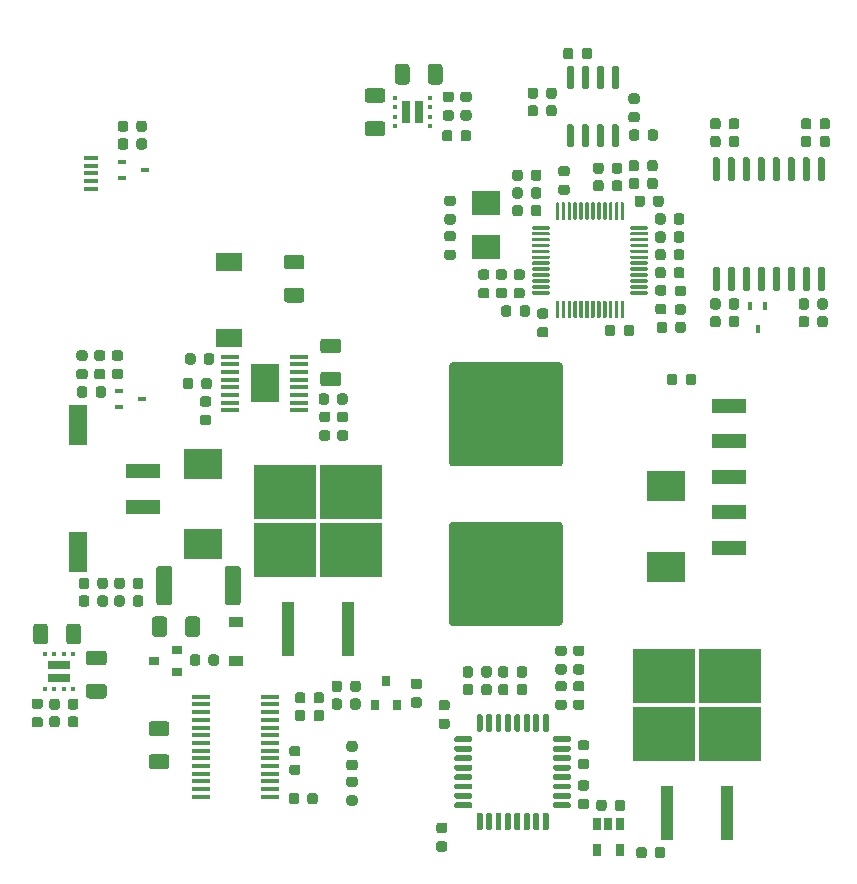
<source format=gbr>
%TF.GenerationSoftware,KiCad,Pcbnew,5.99.0-unknown-dd374e12a~102~ubuntu20.04.1*%
%TF.CreationDate,2020-12-04T16:52:22-08:00*%
%TF.ProjectId,blue_interface_board,626c7565-5f69-46e7-9465-72666163655f,rev?*%
%TF.SameCoordinates,Original*%
%TF.FileFunction,Paste,Top*%
%TF.FilePolarity,Positive*%
%FSLAX46Y46*%
G04 Gerber Fmt 4.6, Leading zero omitted, Abs format (unit mm)*
G04 Created by KiCad (PCBNEW 5.99.0-unknown-dd374e12a~102~ubuntu20.04.1) date 2020-12-04 16:52:22*
%MOMM*%
%LPD*%
G01*
G04 APERTURE LIST*
%ADD10R,2.920000X1.270000*%
%ADD11R,3.300000X2.500000*%
%ADD12R,1.500000X0.450000*%
%ADD13R,1.200000X0.900000*%
%ADD14R,0.800000X0.900000*%
%ADD15R,5.250000X4.550000*%
%ADD16R,1.100000X4.600000*%
%ADD17R,0.700000X0.450000*%
%ADD18R,2.200000X1.500000*%
%ADD19R,2.400000X2.000000*%
%ADD20R,2.410000X3.290000*%
%ADD21R,1.650000X3.430000*%
%ADD22R,1.300000X0.450000*%
%ADD23R,0.400000X0.450000*%
%ADD24R,1.900000X0.800000*%
%ADD25R,0.450000X0.700000*%
%ADD26R,0.900000X0.800000*%
%ADD27R,0.650000X1.060000*%
%ADD28R,0.450000X0.400000*%
%ADD29R,0.800000X1.900000*%
G04 APERTURE END LIST*
D10*
X148820000Y-89970000D03*
X148820000Y-92970000D03*
X148820000Y-95970000D03*
X148820000Y-98970000D03*
X148820000Y-101970000D03*
G36*
G01*
X135843750Y-110275000D02*
X136356250Y-110275000D01*
G75*
G02*
X136575000Y-110493750I0J-218750D01*
G01*
X136575000Y-110931250D01*
G75*
G02*
X136356250Y-111150000I-218750J0D01*
G01*
X135843750Y-111150000D01*
G75*
G02*
X135625000Y-110931250I0J218750D01*
G01*
X135625000Y-110493750D01*
G75*
G02*
X135843750Y-110275000I218750J0D01*
G01*
G37*
G36*
G01*
X135843750Y-111850000D02*
X136356250Y-111850000D01*
G75*
G02*
X136575000Y-112068750I0J-218750D01*
G01*
X136575000Y-112506250D01*
G75*
G02*
X136356250Y-112725000I-218750J0D01*
G01*
X135843750Y-112725000D01*
G75*
G02*
X135625000Y-112506250I0J218750D01*
G01*
X135625000Y-112068750D01*
G75*
G02*
X135843750Y-111850000I218750J0D01*
G01*
G37*
D11*
X143500000Y-103600000D03*
X143500000Y-96800000D03*
G36*
G01*
X99935000Y-116675000D02*
X101185000Y-116675000D01*
G75*
G02*
X101435000Y-116925000I0J-250000D01*
G01*
X101435000Y-117675000D01*
G75*
G02*
X101185000Y-117925000I-250000J0D01*
G01*
X99935000Y-117925000D01*
G75*
G02*
X99685000Y-117675000I0J250000D01*
G01*
X99685000Y-116925000D01*
G75*
G02*
X99935000Y-116675000I250000J0D01*
G01*
G37*
G36*
G01*
X99935000Y-119475000D02*
X101185000Y-119475000D01*
G75*
G02*
X101435000Y-119725000I0J-250000D01*
G01*
X101435000Y-120475000D01*
G75*
G02*
X101185000Y-120725000I-250000J0D01*
G01*
X99935000Y-120725000D01*
G75*
G02*
X99685000Y-120475000I0J250000D01*
G01*
X99685000Y-119725000D01*
G75*
G02*
X99935000Y-119475000I250000J0D01*
G01*
G37*
G36*
G01*
X117625000Y-113468750D02*
X117625000Y-113981250D01*
G75*
G02*
X117406250Y-114200000I-218750J0D01*
G01*
X116968750Y-114200000D01*
G75*
G02*
X116750000Y-113981250I0J218750D01*
G01*
X116750000Y-113468750D01*
G75*
G02*
X116968750Y-113250000I218750J0D01*
G01*
X117406250Y-113250000D01*
G75*
G02*
X117625000Y-113468750I0J-218750D01*
G01*
G37*
G36*
G01*
X116050000Y-113468750D02*
X116050000Y-113981250D01*
G75*
G02*
X115831250Y-114200000I-218750J0D01*
G01*
X115393750Y-114200000D01*
G75*
G02*
X115175000Y-113981250I0J218750D01*
G01*
X115175000Y-113468750D01*
G75*
G02*
X115393750Y-113250000I218750J0D01*
G01*
X115831250Y-113250000D01*
G75*
G02*
X116050000Y-113468750I0J-218750D01*
G01*
G37*
G36*
G01*
X111803750Y-118775000D02*
X112316250Y-118775000D01*
G75*
G02*
X112535000Y-118993750I0J-218750D01*
G01*
X112535000Y-119431250D01*
G75*
G02*
X112316250Y-119650000I-218750J0D01*
G01*
X111803750Y-119650000D01*
G75*
G02*
X111585000Y-119431250I0J218750D01*
G01*
X111585000Y-118993750D01*
G75*
G02*
X111803750Y-118775000I218750J0D01*
G01*
G37*
G36*
G01*
X111803750Y-120350000D02*
X112316250Y-120350000D01*
G75*
G02*
X112535000Y-120568750I0J-218750D01*
G01*
X112535000Y-121006250D01*
G75*
G02*
X112316250Y-121225000I-218750J0D01*
G01*
X111803750Y-121225000D01*
G75*
G02*
X111585000Y-121006250I0J218750D01*
G01*
X111585000Y-120568750D01*
G75*
G02*
X111803750Y-120350000I218750J0D01*
G01*
G37*
D12*
X104130000Y-114610000D03*
X104130000Y-115260000D03*
X104130000Y-115910000D03*
X104130000Y-116560000D03*
X104130000Y-117210000D03*
X104130000Y-117860000D03*
X104130000Y-118510000D03*
X104130000Y-119160000D03*
X104130000Y-119810000D03*
X104130000Y-120460000D03*
X104130000Y-121110000D03*
X104130000Y-121760000D03*
X104130000Y-122410000D03*
X104130000Y-123060000D03*
X109930000Y-123060000D03*
X109930000Y-122410000D03*
X109930000Y-121760000D03*
X109930000Y-121110000D03*
X109930000Y-120460000D03*
X109930000Y-119810000D03*
X109930000Y-119160000D03*
X109930000Y-118510000D03*
X109930000Y-117860000D03*
X109930000Y-117210000D03*
X109930000Y-116560000D03*
X109930000Y-115910000D03*
X109930000Y-115260000D03*
X109930000Y-114610000D03*
G36*
G01*
X112075000Y-114956250D02*
X112075000Y-114443750D01*
G75*
G02*
X112293750Y-114225000I218750J0D01*
G01*
X112731250Y-114225000D01*
G75*
G02*
X112950000Y-114443750I0J-218750D01*
G01*
X112950000Y-114956250D01*
G75*
G02*
X112731250Y-115175000I-218750J0D01*
G01*
X112293750Y-115175000D01*
G75*
G02*
X112075000Y-114956250I0J218750D01*
G01*
G37*
G36*
G01*
X113650000Y-114956250D02*
X113650000Y-114443750D01*
G75*
G02*
X113868750Y-114225000I218750J0D01*
G01*
X114306250Y-114225000D01*
G75*
G02*
X114525000Y-114443750I0J-218750D01*
G01*
X114525000Y-114956250D01*
G75*
G02*
X114306250Y-115175000I-218750J0D01*
G01*
X113868750Y-115175000D01*
G75*
G02*
X113650000Y-114956250I0J218750D01*
G01*
G37*
G36*
G01*
X112075000Y-116456250D02*
X112075000Y-115943750D01*
G75*
G02*
X112293750Y-115725000I218750J0D01*
G01*
X112731250Y-115725000D01*
G75*
G02*
X112950000Y-115943750I0J-218750D01*
G01*
X112950000Y-116456250D01*
G75*
G02*
X112731250Y-116675000I-218750J0D01*
G01*
X112293750Y-116675000D01*
G75*
G02*
X112075000Y-116456250I0J218750D01*
G01*
G37*
G36*
G01*
X113650000Y-116456250D02*
X113650000Y-115943750D01*
G75*
G02*
X113868750Y-115725000I218750J0D01*
G01*
X114306250Y-115725000D01*
G75*
G02*
X114525000Y-115943750I0J-218750D01*
G01*
X114525000Y-116456250D01*
G75*
G02*
X114306250Y-116675000I-218750J0D01*
G01*
X113868750Y-116675000D01*
G75*
G02*
X113650000Y-116456250I0J218750D01*
G01*
G37*
D13*
X107100000Y-108250000D03*
X107100000Y-111550000D03*
G36*
G01*
X111535000Y-123481250D02*
X111535000Y-122968750D01*
G75*
G02*
X111753750Y-122750000I218750J0D01*
G01*
X112191250Y-122750000D01*
G75*
G02*
X112410000Y-122968750I0J-218750D01*
G01*
X112410000Y-123481250D01*
G75*
G02*
X112191250Y-123700000I-218750J0D01*
G01*
X111753750Y-123700000D01*
G75*
G02*
X111535000Y-123481250I0J218750D01*
G01*
G37*
G36*
G01*
X113110000Y-123481250D02*
X113110000Y-122968750D01*
G75*
G02*
X113328750Y-122750000I218750J0D01*
G01*
X113766250Y-122750000D01*
G75*
G02*
X113985000Y-122968750I0J-218750D01*
G01*
X113985000Y-123481250D01*
G75*
G02*
X113766250Y-123700000I-218750J0D01*
G01*
X113328750Y-123700000D01*
G75*
G02*
X113110000Y-123481250I0J218750D01*
G01*
G37*
G36*
G01*
X134482719Y-108600000D02*
X125382717Y-108600000D01*
G75*
G02*
X125132718Y-108350001I0J249999D01*
G01*
X125132718Y-100049999D01*
G75*
G02*
X125382717Y-99800000I249999J0D01*
G01*
X134482719Y-99800000D01*
G75*
G02*
X134732718Y-100049999I0J-249999D01*
G01*
X134732718Y-108350001D01*
G75*
G02*
X134482719Y-108600000I-249999J0D01*
G01*
G37*
G36*
G01*
X134482719Y-95100000D02*
X125382717Y-95100000D01*
G75*
G02*
X125132718Y-94850001I0J249999D01*
G01*
X125132718Y-86549999D01*
G75*
G02*
X125382717Y-86300000I249999J0D01*
G01*
X134482719Y-86300000D01*
G75*
G02*
X134732718Y-86549999I0J-249999D01*
G01*
X134732718Y-94850001D01*
G75*
G02*
X134482719Y-95100000I-249999J0D01*
G01*
G37*
D14*
X118850000Y-115300000D03*
X120750000Y-115300000D03*
X119800000Y-113300000D03*
G36*
G01*
X122093750Y-113075000D02*
X122606250Y-113075000D01*
G75*
G02*
X122825000Y-113293750I0J-218750D01*
G01*
X122825000Y-113731250D01*
G75*
G02*
X122606250Y-113950000I-218750J0D01*
G01*
X122093750Y-113950000D01*
G75*
G02*
X121875000Y-113731250I0J218750D01*
G01*
X121875000Y-113293750D01*
G75*
G02*
X122093750Y-113075000I218750J0D01*
G01*
G37*
G36*
G01*
X122093750Y-114650000D02*
X122606250Y-114650000D01*
G75*
G02*
X122825000Y-114868750I0J-218750D01*
G01*
X122825000Y-115306250D01*
G75*
G02*
X122606250Y-115525000I-218750J0D01*
G01*
X122093750Y-115525000D01*
G75*
G02*
X121875000Y-115306250I0J218750D01*
G01*
X121875000Y-114868750D01*
G75*
G02*
X122093750Y-114650000I218750J0D01*
G01*
G37*
D15*
X143325000Y-112870841D03*
X148875000Y-112870841D03*
X143325000Y-117720841D03*
X148875000Y-117720841D03*
D16*
X143560000Y-124445841D03*
X148640000Y-124445841D03*
G36*
G01*
X135425000Y-123675000D02*
X135425000Y-123925000D01*
G75*
G02*
X135300000Y-124050000I-125000J0D01*
G01*
X134050000Y-124050000D01*
G75*
G02*
X133925000Y-123925000I0J125000D01*
G01*
X133925000Y-123675000D01*
G75*
G02*
X134050000Y-123550000I125000J0D01*
G01*
X135300000Y-123550000D01*
G75*
G02*
X135425000Y-123675000I0J-125000D01*
G01*
G37*
G36*
G01*
X135425000Y-122875000D02*
X135425000Y-123125000D01*
G75*
G02*
X135300000Y-123250000I-125000J0D01*
G01*
X134050000Y-123250000D01*
G75*
G02*
X133925000Y-123125000I0J125000D01*
G01*
X133925000Y-122875000D01*
G75*
G02*
X134050000Y-122750000I125000J0D01*
G01*
X135300000Y-122750000D01*
G75*
G02*
X135425000Y-122875000I0J-125000D01*
G01*
G37*
G36*
G01*
X135425000Y-122075000D02*
X135425000Y-122325000D01*
G75*
G02*
X135300000Y-122450000I-125000J0D01*
G01*
X134050000Y-122450000D01*
G75*
G02*
X133925000Y-122325000I0J125000D01*
G01*
X133925000Y-122075000D01*
G75*
G02*
X134050000Y-121950000I125000J0D01*
G01*
X135300000Y-121950000D01*
G75*
G02*
X135425000Y-122075000I0J-125000D01*
G01*
G37*
G36*
G01*
X135425000Y-121275000D02*
X135425000Y-121525000D01*
G75*
G02*
X135300000Y-121650000I-125000J0D01*
G01*
X134050000Y-121650000D01*
G75*
G02*
X133925000Y-121525000I0J125000D01*
G01*
X133925000Y-121275000D01*
G75*
G02*
X134050000Y-121150000I125000J0D01*
G01*
X135300000Y-121150000D01*
G75*
G02*
X135425000Y-121275000I0J-125000D01*
G01*
G37*
G36*
G01*
X135425000Y-120475000D02*
X135425000Y-120725000D01*
G75*
G02*
X135300000Y-120850000I-125000J0D01*
G01*
X134050000Y-120850000D01*
G75*
G02*
X133925000Y-120725000I0J125000D01*
G01*
X133925000Y-120475000D01*
G75*
G02*
X134050000Y-120350000I125000J0D01*
G01*
X135300000Y-120350000D01*
G75*
G02*
X135425000Y-120475000I0J-125000D01*
G01*
G37*
G36*
G01*
X135425000Y-119675000D02*
X135425000Y-119925000D01*
G75*
G02*
X135300000Y-120050000I-125000J0D01*
G01*
X134050000Y-120050000D01*
G75*
G02*
X133925000Y-119925000I0J125000D01*
G01*
X133925000Y-119675000D01*
G75*
G02*
X134050000Y-119550000I125000J0D01*
G01*
X135300000Y-119550000D01*
G75*
G02*
X135425000Y-119675000I0J-125000D01*
G01*
G37*
G36*
G01*
X135425000Y-118875000D02*
X135425000Y-119125000D01*
G75*
G02*
X135300000Y-119250000I-125000J0D01*
G01*
X134050000Y-119250000D01*
G75*
G02*
X133925000Y-119125000I0J125000D01*
G01*
X133925000Y-118875000D01*
G75*
G02*
X134050000Y-118750000I125000J0D01*
G01*
X135300000Y-118750000D01*
G75*
G02*
X135425000Y-118875000I0J-125000D01*
G01*
G37*
G36*
G01*
X135425000Y-118075000D02*
X135425000Y-118325000D01*
G75*
G02*
X135300000Y-118450000I-125000J0D01*
G01*
X134050000Y-118450000D01*
G75*
G02*
X133925000Y-118325000I0J125000D01*
G01*
X133925000Y-118075000D01*
G75*
G02*
X134050000Y-117950000I125000J0D01*
G01*
X135300000Y-117950000D01*
G75*
G02*
X135425000Y-118075000I0J-125000D01*
G01*
G37*
G36*
G01*
X133550000Y-116200000D02*
X133550000Y-117450000D01*
G75*
G02*
X133425000Y-117575000I-125000J0D01*
G01*
X133175000Y-117575000D01*
G75*
G02*
X133050000Y-117450000I0J125000D01*
G01*
X133050000Y-116200000D01*
G75*
G02*
X133175000Y-116075000I125000J0D01*
G01*
X133425000Y-116075000D01*
G75*
G02*
X133550000Y-116200000I0J-125000D01*
G01*
G37*
G36*
G01*
X132750000Y-116200000D02*
X132750000Y-117450000D01*
G75*
G02*
X132625000Y-117575000I-125000J0D01*
G01*
X132375000Y-117575000D01*
G75*
G02*
X132250000Y-117450000I0J125000D01*
G01*
X132250000Y-116200000D01*
G75*
G02*
X132375000Y-116075000I125000J0D01*
G01*
X132625000Y-116075000D01*
G75*
G02*
X132750000Y-116200000I0J-125000D01*
G01*
G37*
G36*
G01*
X131950000Y-116200000D02*
X131950000Y-117450000D01*
G75*
G02*
X131825000Y-117575000I-125000J0D01*
G01*
X131575000Y-117575000D01*
G75*
G02*
X131450000Y-117450000I0J125000D01*
G01*
X131450000Y-116200000D01*
G75*
G02*
X131575000Y-116075000I125000J0D01*
G01*
X131825000Y-116075000D01*
G75*
G02*
X131950000Y-116200000I0J-125000D01*
G01*
G37*
G36*
G01*
X131150000Y-116200000D02*
X131150000Y-117450000D01*
G75*
G02*
X131025000Y-117575000I-125000J0D01*
G01*
X130775000Y-117575000D01*
G75*
G02*
X130650000Y-117450000I0J125000D01*
G01*
X130650000Y-116200000D01*
G75*
G02*
X130775000Y-116075000I125000J0D01*
G01*
X131025000Y-116075000D01*
G75*
G02*
X131150000Y-116200000I0J-125000D01*
G01*
G37*
G36*
G01*
X130350000Y-116200000D02*
X130350000Y-117450000D01*
G75*
G02*
X130225000Y-117575000I-125000J0D01*
G01*
X129975000Y-117575000D01*
G75*
G02*
X129850000Y-117450000I0J125000D01*
G01*
X129850000Y-116200000D01*
G75*
G02*
X129975000Y-116075000I125000J0D01*
G01*
X130225000Y-116075000D01*
G75*
G02*
X130350000Y-116200000I0J-125000D01*
G01*
G37*
G36*
G01*
X129550000Y-116200000D02*
X129550000Y-117450000D01*
G75*
G02*
X129425000Y-117575000I-125000J0D01*
G01*
X129175000Y-117575000D01*
G75*
G02*
X129050000Y-117450000I0J125000D01*
G01*
X129050000Y-116200000D01*
G75*
G02*
X129175000Y-116075000I125000J0D01*
G01*
X129425000Y-116075000D01*
G75*
G02*
X129550000Y-116200000I0J-125000D01*
G01*
G37*
G36*
G01*
X128750000Y-116200000D02*
X128750000Y-117450000D01*
G75*
G02*
X128625000Y-117575000I-125000J0D01*
G01*
X128375000Y-117575000D01*
G75*
G02*
X128250000Y-117450000I0J125000D01*
G01*
X128250000Y-116200000D01*
G75*
G02*
X128375000Y-116075000I125000J0D01*
G01*
X128625000Y-116075000D01*
G75*
G02*
X128750000Y-116200000I0J-125000D01*
G01*
G37*
G36*
G01*
X127950000Y-116200000D02*
X127950000Y-117450000D01*
G75*
G02*
X127825000Y-117575000I-125000J0D01*
G01*
X127575000Y-117575000D01*
G75*
G02*
X127450000Y-117450000I0J125000D01*
G01*
X127450000Y-116200000D01*
G75*
G02*
X127575000Y-116075000I125000J0D01*
G01*
X127825000Y-116075000D01*
G75*
G02*
X127950000Y-116200000I0J-125000D01*
G01*
G37*
G36*
G01*
X127075000Y-118075000D02*
X127075000Y-118325000D01*
G75*
G02*
X126950000Y-118450000I-125000J0D01*
G01*
X125700000Y-118450000D01*
G75*
G02*
X125575000Y-118325000I0J125000D01*
G01*
X125575000Y-118075000D01*
G75*
G02*
X125700000Y-117950000I125000J0D01*
G01*
X126950000Y-117950000D01*
G75*
G02*
X127075000Y-118075000I0J-125000D01*
G01*
G37*
G36*
G01*
X127075000Y-118875000D02*
X127075000Y-119125000D01*
G75*
G02*
X126950000Y-119250000I-125000J0D01*
G01*
X125700000Y-119250000D01*
G75*
G02*
X125575000Y-119125000I0J125000D01*
G01*
X125575000Y-118875000D01*
G75*
G02*
X125700000Y-118750000I125000J0D01*
G01*
X126950000Y-118750000D01*
G75*
G02*
X127075000Y-118875000I0J-125000D01*
G01*
G37*
G36*
G01*
X127075000Y-119675000D02*
X127075000Y-119925000D01*
G75*
G02*
X126950000Y-120050000I-125000J0D01*
G01*
X125700000Y-120050000D01*
G75*
G02*
X125575000Y-119925000I0J125000D01*
G01*
X125575000Y-119675000D01*
G75*
G02*
X125700000Y-119550000I125000J0D01*
G01*
X126950000Y-119550000D01*
G75*
G02*
X127075000Y-119675000I0J-125000D01*
G01*
G37*
G36*
G01*
X127075000Y-120475000D02*
X127075000Y-120725000D01*
G75*
G02*
X126950000Y-120850000I-125000J0D01*
G01*
X125700000Y-120850000D01*
G75*
G02*
X125575000Y-120725000I0J125000D01*
G01*
X125575000Y-120475000D01*
G75*
G02*
X125700000Y-120350000I125000J0D01*
G01*
X126950000Y-120350000D01*
G75*
G02*
X127075000Y-120475000I0J-125000D01*
G01*
G37*
G36*
G01*
X127075000Y-121275000D02*
X127075000Y-121525000D01*
G75*
G02*
X126950000Y-121650000I-125000J0D01*
G01*
X125700000Y-121650000D01*
G75*
G02*
X125575000Y-121525000I0J125000D01*
G01*
X125575000Y-121275000D01*
G75*
G02*
X125700000Y-121150000I125000J0D01*
G01*
X126950000Y-121150000D01*
G75*
G02*
X127075000Y-121275000I0J-125000D01*
G01*
G37*
G36*
G01*
X127075000Y-122075000D02*
X127075000Y-122325000D01*
G75*
G02*
X126950000Y-122450000I-125000J0D01*
G01*
X125700000Y-122450000D01*
G75*
G02*
X125575000Y-122325000I0J125000D01*
G01*
X125575000Y-122075000D01*
G75*
G02*
X125700000Y-121950000I125000J0D01*
G01*
X126950000Y-121950000D01*
G75*
G02*
X127075000Y-122075000I0J-125000D01*
G01*
G37*
G36*
G01*
X127075000Y-122875000D02*
X127075000Y-123125000D01*
G75*
G02*
X126950000Y-123250000I-125000J0D01*
G01*
X125700000Y-123250000D01*
G75*
G02*
X125575000Y-123125000I0J125000D01*
G01*
X125575000Y-122875000D01*
G75*
G02*
X125700000Y-122750000I125000J0D01*
G01*
X126950000Y-122750000D01*
G75*
G02*
X127075000Y-122875000I0J-125000D01*
G01*
G37*
G36*
G01*
X127075000Y-123675000D02*
X127075000Y-123925000D01*
G75*
G02*
X126950000Y-124050000I-125000J0D01*
G01*
X125700000Y-124050000D01*
G75*
G02*
X125575000Y-123925000I0J125000D01*
G01*
X125575000Y-123675000D01*
G75*
G02*
X125700000Y-123550000I125000J0D01*
G01*
X126950000Y-123550000D01*
G75*
G02*
X127075000Y-123675000I0J-125000D01*
G01*
G37*
G36*
G01*
X127950000Y-124550000D02*
X127950000Y-125800000D01*
G75*
G02*
X127825000Y-125925000I-125000J0D01*
G01*
X127575000Y-125925000D01*
G75*
G02*
X127450000Y-125800000I0J125000D01*
G01*
X127450000Y-124550000D01*
G75*
G02*
X127575000Y-124425000I125000J0D01*
G01*
X127825000Y-124425000D01*
G75*
G02*
X127950000Y-124550000I0J-125000D01*
G01*
G37*
G36*
G01*
X128750000Y-124550000D02*
X128750000Y-125800000D01*
G75*
G02*
X128625000Y-125925000I-125000J0D01*
G01*
X128375000Y-125925000D01*
G75*
G02*
X128250000Y-125800000I0J125000D01*
G01*
X128250000Y-124550000D01*
G75*
G02*
X128375000Y-124425000I125000J0D01*
G01*
X128625000Y-124425000D01*
G75*
G02*
X128750000Y-124550000I0J-125000D01*
G01*
G37*
G36*
G01*
X129550000Y-124550000D02*
X129550000Y-125800000D01*
G75*
G02*
X129425000Y-125925000I-125000J0D01*
G01*
X129175000Y-125925000D01*
G75*
G02*
X129050000Y-125800000I0J125000D01*
G01*
X129050000Y-124550000D01*
G75*
G02*
X129175000Y-124425000I125000J0D01*
G01*
X129425000Y-124425000D01*
G75*
G02*
X129550000Y-124550000I0J-125000D01*
G01*
G37*
G36*
G01*
X130350000Y-124550000D02*
X130350000Y-125800000D01*
G75*
G02*
X130225000Y-125925000I-125000J0D01*
G01*
X129975000Y-125925000D01*
G75*
G02*
X129850000Y-125800000I0J125000D01*
G01*
X129850000Y-124550000D01*
G75*
G02*
X129975000Y-124425000I125000J0D01*
G01*
X130225000Y-124425000D01*
G75*
G02*
X130350000Y-124550000I0J-125000D01*
G01*
G37*
G36*
G01*
X131150000Y-124550000D02*
X131150000Y-125800000D01*
G75*
G02*
X131025000Y-125925000I-125000J0D01*
G01*
X130775000Y-125925000D01*
G75*
G02*
X130650000Y-125800000I0J125000D01*
G01*
X130650000Y-124550000D01*
G75*
G02*
X130775000Y-124425000I125000J0D01*
G01*
X131025000Y-124425000D01*
G75*
G02*
X131150000Y-124550000I0J-125000D01*
G01*
G37*
G36*
G01*
X131950000Y-124550000D02*
X131950000Y-125800000D01*
G75*
G02*
X131825000Y-125925000I-125000J0D01*
G01*
X131575000Y-125925000D01*
G75*
G02*
X131450000Y-125800000I0J125000D01*
G01*
X131450000Y-124550000D01*
G75*
G02*
X131575000Y-124425000I125000J0D01*
G01*
X131825000Y-124425000D01*
G75*
G02*
X131950000Y-124550000I0J-125000D01*
G01*
G37*
G36*
G01*
X132750000Y-124550000D02*
X132750000Y-125800000D01*
G75*
G02*
X132625000Y-125925000I-125000J0D01*
G01*
X132375000Y-125925000D01*
G75*
G02*
X132250000Y-125800000I0J125000D01*
G01*
X132250000Y-124550000D01*
G75*
G02*
X132375000Y-124425000I125000J0D01*
G01*
X132625000Y-124425000D01*
G75*
G02*
X132750000Y-124550000I0J-125000D01*
G01*
G37*
G36*
G01*
X133550000Y-124550000D02*
X133550000Y-125800000D01*
G75*
G02*
X133425000Y-125925000I-125000J0D01*
G01*
X133175000Y-125925000D01*
G75*
G02*
X133050000Y-125800000I0J125000D01*
G01*
X133050000Y-124550000D01*
G75*
G02*
X133175000Y-124425000I125000J0D01*
G01*
X133425000Y-124425000D01*
G75*
G02*
X133550000Y-124550000I0J-125000D01*
G01*
G37*
G36*
G01*
X136756250Y-120725000D02*
X136243750Y-120725000D01*
G75*
G02*
X136025000Y-120506250I0J218750D01*
G01*
X136025000Y-120068750D01*
G75*
G02*
X136243750Y-119850000I218750J0D01*
G01*
X136756250Y-119850000D01*
G75*
G02*
X136975000Y-120068750I0J-218750D01*
G01*
X136975000Y-120506250D01*
G75*
G02*
X136756250Y-120725000I-218750J0D01*
G01*
G37*
G36*
G01*
X136756250Y-119150000D02*
X136243750Y-119150000D01*
G75*
G02*
X136025000Y-118931250I0J218750D01*
G01*
X136025000Y-118493750D01*
G75*
G02*
X136243750Y-118275000I218750J0D01*
G01*
X136756250Y-118275000D01*
G75*
G02*
X136975000Y-118493750I0J-218750D01*
G01*
X136975000Y-118931250D01*
G75*
G02*
X136756250Y-119150000I-218750J0D01*
G01*
G37*
G36*
G01*
X136756250Y-124125000D02*
X136243750Y-124125000D01*
G75*
G02*
X136025000Y-123906250I0J218750D01*
G01*
X136025000Y-123468750D01*
G75*
G02*
X136243750Y-123250000I218750J0D01*
G01*
X136756250Y-123250000D01*
G75*
G02*
X136975000Y-123468750I0J-218750D01*
G01*
X136975000Y-123906250D01*
G75*
G02*
X136756250Y-124125000I-218750J0D01*
G01*
G37*
G36*
G01*
X136756250Y-122550000D02*
X136243750Y-122550000D01*
G75*
G02*
X136025000Y-122331250I0J218750D01*
G01*
X136025000Y-121893750D01*
G75*
G02*
X136243750Y-121675000I218750J0D01*
G01*
X136756250Y-121675000D01*
G75*
G02*
X136975000Y-121893750I0J-218750D01*
G01*
X136975000Y-122331250D01*
G75*
G02*
X136756250Y-122550000I-218750J0D01*
G01*
G37*
G36*
G01*
X124943750Y-72175000D02*
X125456250Y-72175000D01*
G75*
G02*
X125675000Y-72393750I0J-218750D01*
G01*
X125675000Y-72831250D01*
G75*
G02*
X125456250Y-73050000I-218750J0D01*
G01*
X124943750Y-73050000D01*
G75*
G02*
X124725000Y-72831250I0J218750D01*
G01*
X124725000Y-72393750D01*
G75*
G02*
X124943750Y-72175000I218750J0D01*
G01*
G37*
G36*
G01*
X124943750Y-73750000D02*
X125456250Y-73750000D01*
G75*
G02*
X125675000Y-73968750I0J-218750D01*
G01*
X125675000Y-74406250D01*
G75*
G02*
X125456250Y-74625000I-218750J0D01*
G01*
X124943750Y-74625000D01*
G75*
G02*
X124725000Y-74406250I0J218750D01*
G01*
X124725000Y-73968750D01*
G75*
G02*
X124943750Y-73750000I218750J0D01*
G01*
G37*
G36*
G01*
X149675000Y-65843750D02*
X149675000Y-66356250D01*
G75*
G02*
X149456250Y-66575000I-218750J0D01*
G01*
X149018750Y-66575000D01*
G75*
G02*
X148800000Y-66356250I0J218750D01*
G01*
X148800000Y-65843750D01*
G75*
G02*
X149018750Y-65625000I218750J0D01*
G01*
X149456250Y-65625000D01*
G75*
G02*
X149675000Y-65843750I0J-218750D01*
G01*
G37*
G36*
G01*
X148100000Y-65843750D02*
X148100000Y-66356250D01*
G75*
G02*
X147881250Y-66575000I-218750J0D01*
G01*
X147443750Y-66575000D01*
G75*
G02*
X147225000Y-66356250I0J218750D01*
G01*
X147225000Y-65843750D01*
G75*
G02*
X147443750Y-65625000I218750J0D01*
G01*
X147881250Y-65625000D01*
G75*
G02*
X148100000Y-65843750I0J-218750D01*
G01*
G37*
G36*
G01*
X154725000Y-81606250D02*
X154725000Y-81093750D01*
G75*
G02*
X154943750Y-80875000I218750J0D01*
G01*
X155381250Y-80875000D01*
G75*
G02*
X155600000Y-81093750I0J-218750D01*
G01*
X155600000Y-81606250D01*
G75*
G02*
X155381250Y-81825000I-218750J0D01*
G01*
X154943750Y-81825000D01*
G75*
G02*
X154725000Y-81606250I0J218750D01*
G01*
G37*
G36*
G01*
X156300000Y-81606250D02*
X156300000Y-81093750D01*
G75*
G02*
X156518750Y-80875000I218750J0D01*
G01*
X156956250Y-80875000D01*
G75*
G02*
X157175000Y-81093750I0J-218750D01*
G01*
X157175000Y-81606250D01*
G75*
G02*
X156956250Y-81825000I-218750J0D01*
G01*
X156518750Y-81825000D01*
G75*
G02*
X156300000Y-81606250I0J218750D01*
G01*
G37*
G36*
G01*
X154915000Y-67856250D02*
X154915000Y-67343750D01*
G75*
G02*
X155133750Y-67125000I218750J0D01*
G01*
X155571250Y-67125000D01*
G75*
G02*
X155790000Y-67343750I0J-218750D01*
G01*
X155790000Y-67856250D01*
G75*
G02*
X155571250Y-68075000I-218750J0D01*
G01*
X155133750Y-68075000D01*
G75*
G02*
X154915000Y-67856250I0J218750D01*
G01*
G37*
G36*
G01*
X156490000Y-67856250D02*
X156490000Y-67343750D01*
G75*
G02*
X156708750Y-67125000I218750J0D01*
G01*
X157146250Y-67125000D01*
G75*
G02*
X157365000Y-67343750I0J-218750D01*
G01*
X157365000Y-67856250D01*
G75*
G02*
X157146250Y-68075000I-218750J0D01*
G01*
X156708750Y-68075000D01*
G75*
G02*
X156490000Y-67856250I0J218750D01*
G01*
G37*
G36*
G01*
X154725000Y-83106250D02*
X154725000Y-82593750D01*
G75*
G02*
X154943750Y-82375000I218750J0D01*
G01*
X155381250Y-82375000D01*
G75*
G02*
X155600000Y-82593750I0J-218750D01*
G01*
X155600000Y-83106250D01*
G75*
G02*
X155381250Y-83325000I-218750J0D01*
G01*
X154943750Y-83325000D01*
G75*
G02*
X154725000Y-83106250I0J218750D01*
G01*
G37*
G36*
G01*
X156300000Y-83106250D02*
X156300000Y-82593750D01*
G75*
G02*
X156518750Y-82375000I218750J0D01*
G01*
X156956250Y-82375000D01*
G75*
G02*
X157175000Y-82593750I0J-218750D01*
G01*
X157175000Y-83106250D01*
G75*
G02*
X156956250Y-83325000I-218750J0D01*
G01*
X156518750Y-83325000D01*
G75*
G02*
X156300000Y-83106250I0J218750D01*
G01*
G37*
G36*
G01*
X156495000Y-68925000D02*
X156795000Y-68925000D01*
G75*
G02*
X156945000Y-69075000I0J-150000D01*
G01*
X156945000Y-70825000D01*
G75*
G02*
X156795000Y-70975000I-150000J0D01*
G01*
X156495000Y-70975000D01*
G75*
G02*
X156345000Y-70825000I0J150000D01*
G01*
X156345000Y-69075000D01*
G75*
G02*
X156495000Y-68925000I150000J0D01*
G01*
G37*
G36*
G01*
X155225000Y-68925000D02*
X155525000Y-68925000D01*
G75*
G02*
X155675000Y-69075000I0J-150000D01*
G01*
X155675000Y-70825000D01*
G75*
G02*
X155525000Y-70975000I-150000J0D01*
G01*
X155225000Y-70975000D01*
G75*
G02*
X155075000Y-70825000I0J150000D01*
G01*
X155075000Y-69075000D01*
G75*
G02*
X155225000Y-68925000I150000J0D01*
G01*
G37*
G36*
G01*
X153955000Y-68925000D02*
X154255000Y-68925000D01*
G75*
G02*
X154405000Y-69075000I0J-150000D01*
G01*
X154405000Y-70825000D01*
G75*
G02*
X154255000Y-70975000I-150000J0D01*
G01*
X153955000Y-70975000D01*
G75*
G02*
X153805000Y-70825000I0J150000D01*
G01*
X153805000Y-69075000D01*
G75*
G02*
X153955000Y-68925000I150000J0D01*
G01*
G37*
G36*
G01*
X152685000Y-68925000D02*
X152985000Y-68925000D01*
G75*
G02*
X153135000Y-69075000I0J-150000D01*
G01*
X153135000Y-70825000D01*
G75*
G02*
X152985000Y-70975000I-150000J0D01*
G01*
X152685000Y-70975000D01*
G75*
G02*
X152535000Y-70825000I0J150000D01*
G01*
X152535000Y-69075000D01*
G75*
G02*
X152685000Y-68925000I150000J0D01*
G01*
G37*
G36*
G01*
X151415000Y-68925000D02*
X151715000Y-68925000D01*
G75*
G02*
X151865000Y-69075000I0J-150000D01*
G01*
X151865000Y-70825000D01*
G75*
G02*
X151715000Y-70975000I-150000J0D01*
G01*
X151415000Y-70975000D01*
G75*
G02*
X151265000Y-70825000I0J150000D01*
G01*
X151265000Y-69075000D01*
G75*
G02*
X151415000Y-68925000I150000J0D01*
G01*
G37*
G36*
G01*
X150145000Y-68925000D02*
X150445000Y-68925000D01*
G75*
G02*
X150595000Y-69075000I0J-150000D01*
G01*
X150595000Y-70825000D01*
G75*
G02*
X150445000Y-70975000I-150000J0D01*
G01*
X150145000Y-70975000D01*
G75*
G02*
X149995000Y-70825000I0J150000D01*
G01*
X149995000Y-69075000D01*
G75*
G02*
X150145000Y-68925000I150000J0D01*
G01*
G37*
G36*
G01*
X148875000Y-68925000D02*
X149175000Y-68925000D01*
G75*
G02*
X149325000Y-69075000I0J-150000D01*
G01*
X149325000Y-70825000D01*
G75*
G02*
X149175000Y-70975000I-150000J0D01*
G01*
X148875000Y-70975000D01*
G75*
G02*
X148725000Y-70825000I0J150000D01*
G01*
X148725000Y-69075000D01*
G75*
G02*
X148875000Y-68925000I150000J0D01*
G01*
G37*
G36*
G01*
X147605000Y-68925000D02*
X147905000Y-68925000D01*
G75*
G02*
X148055000Y-69075000I0J-150000D01*
G01*
X148055000Y-70825000D01*
G75*
G02*
X147905000Y-70975000I-150000J0D01*
G01*
X147605000Y-70975000D01*
G75*
G02*
X147455000Y-70825000I0J150000D01*
G01*
X147455000Y-69075000D01*
G75*
G02*
X147605000Y-68925000I150000J0D01*
G01*
G37*
G36*
G01*
X147605000Y-78225000D02*
X147905000Y-78225000D01*
G75*
G02*
X148055000Y-78375000I0J-150000D01*
G01*
X148055000Y-80125000D01*
G75*
G02*
X147905000Y-80275000I-150000J0D01*
G01*
X147605000Y-80275000D01*
G75*
G02*
X147455000Y-80125000I0J150000D01*
G01*
X147455000Y-78375000D01*
G75*
G02*
X147605000Y-78225000I150000J0D01*
G01*
G37*
G36*
G01*
X148875000Y-78225000D02*
X149175000Y-78225000D01*
G75*
G02*
X149325000Y-78375000I0J-150000D01*
G01*
X149325000Y-80125000D01*
G75*
G02*
X149175000Y-80275000I-150000J0D01*
G01*
X148875000Y-80275000D01*
G75*
G02*
X148725000Y-80125000I0J150000D01*
G01*
X148725000Y-78375000D01*
G75*
G02*
X148875000Y-78225000I150000J0D01*
G01*
G37*
G36*
G01*
X150145000Y-78225000D02*
X150445000Y-78225000D01*
G75*
G02*
X150595000Y-78375000I0J-150000D01*
G01*
X150595000Y-80125000D01*
G75*
G02*
X150445000Y-80275000I-150000J0D01*
G01*
X150145000Y-80275000D01*
G75*
G02*
X149995000Y-80125000I0J150000D01*
G01*
X149995000Y-78375000D01*
G75*
G02*
X150145000Y-78225000I150000J0D01*
G01*
G37*
G36*
G01*
X151415000Y-78225000D02*
X151715000Y-78225000D01*
G75*
G02*
X151865000Y-78375000I0J-150000D01*
G01*
X151865000Y-80125000D01*
G75*
G02*
X151715000Y-80275000I-150000J0D01*
G01*
X151415000Y-80275000D01*
G75*
G02*
X151265000Y-80125000I0J150000D01*
G01*
X151265000Y-78375000D01*
G75*
G02*
X151415000Y-78225000I150000J0D01*
G01*
G37*
G36*
G01*
X152685000Y-78225000D02*
X152985000Y-78225000D01*
G75*
G02*
X153135000Y-78375000I0J-150000D01*
G01*
X153135000Y-80125000D01*
G75*
G02*
X152985000Y-80275000I-150000J0D01*
G01*
X152685000Y-80275000D01*
G75*
G02*
X152535000Y-80125000I0J150000D01*
G01*
X152535000Y-78375000D01*
G75*
G02*
X152685000Y-78225000I150000J0D01*
G01*
G37*
G36*
G01*
X153955000Y-78225000D02*
X154255000Y-78225000D01*
G75*
G02*
X154405000Y-78375000I0J-150000D01*
G01*
X154405000Y-80125000D01*
G75*
G02*
X154255000Y-80275000I-150000J0D01*
G01*
X153955000Y-80275000D01*
G75*
G02*
X153805000Y-80125000I0J150000D01*
G01*
X153805000Y-78375000D01*
G75*
G02*
X153955000Y-78225000I150000J0D01*
G01*
G37*
G36*
G01*
X155225000Y-78225000D02*
X155525000Y-78225000D01*
G75*
G02*
X155675000Y-78375000I0J-150000D01*
G01*
X155675000Y-80125000D01*
G75*
G02*
X155525000Y-80275000I-150000J0D01*
G01*
X155225000Y-80275000D01*
G75*
G02*
X155075000Y-80125000I0J150000D01*
G01*
X155075000Y-78375000D01*
G75*
G02*
X155225000Y-78225000I150000J0D01*
G01*
G37*
G36*
G01*
X156495000Y-78225000D02*
X156795000Y-78225000D01*
G75*
G02*
X156945000Y-78375000I0J-150000D01*
G01*
X156945000Y-80125000D01*
G75*
G02*
X156795000Y-80275000I-150000J0D01*
G01*
X156495000Y-80275000D01*
G75*
G02*
X156345000Y-80125000I0J150000D01*
G01*
X156345000Y-78375000D01*
G75*
G02*
X156495000Y-78225000I150000J0D01*
G01*
G37*
G36*
G01*
X149675000Y-82593750D02*
X149675000Y-83106250D01*
G75*
G02*
X149456250Y-83325000I-218750J0D01*
G01*
X149018750Y-83325000D01*
G75*
G02*
X148800000Y-83106250I0J218750D01*
G01*
X148800000Y-82593750D01*
G75*
G02*
X149018750Y-82375000I218750J0D01*
G01*
X149456250Y-82375000D01*
G75*
G02*
X149675000Y-82593750I0J-218750D01*
G01*
G37*
G36*
G01*
X148100000Y-82593750D02*
X148100000Y-83106250D01*
G75*
G02*
X147881250Y-83325000I-218750J0D01*
G01*
X147443750Y-83325000D01*
G75*
G02*
X147225000Y-83106250I0J218750D01*
G01*
X147225000Y-82593750D01*
G75*
G02*
X147443750Y-82375000I218750J0D01*
G01*
X147881250Y-82375000D01*
G75*
G02*
X148100000Y-82593750I0J-218750D01*
G01*
G37*
G36*
G01*
X154915000Y-66356250D02*
X154915000Y-65843750D01*
G75*
G02*
X155133750Y-65625000I218750J0D01*
G01*
X155571250Y-65625000D01*
G75*
G02*
X155790000Y-65843750I0J-218750D01*
G01*
X155790000Y-66356250D01*
G75*
G02*
X155571250Y-66575000I-218750J0D01*
G01*
X155133750Y-66575000D01*
G75*
G02*
X154915000Y-66356250I0J218750D01*
G01*
G37*
G36*
G01*
X156490000Y-66356250D02*
X156490000Y-65843750D01*
G75*
G02*
X156708750Y-65625000I218750J0D01*
G01*
X157146250Y-65625000D01*
G75*
G02*
X157365000Y-65843750I0J-218750D01*
G01*
X157365000Y-66356250D01*
G75*
G02*
X157146250Y-66575000I-218750J0D01*
G01*
X156708750Y-66575000D01*
G75*
G02*
X156490000Y-66356250I0J218750D01*
G01*
G37*
G36*
G01*
X149675000Y-67343750D02*
X149675000Y-67856250D01*
G75*
G02*
X149456250Y-68075000I-218750J0D01*
G01*
X149018750Y-68075000D01*
G75*
G02*
X148800000Y-67856250I0J218750D01*
G01*
X148800000Y-67343750D01*
G75*
G02*
X149018750Y-67125000I218750J0D01*
G01*
X149456250Y-67125000D01*
G75*
G02*
X149675000Y-67343750I0J-218750D01*
G01*
G37*
G36*
G01*
X148100000Y-67343750D02*
X148100000Y-67856250D01*
G75*
G02*
X147881250Y-68075000I-218750J0D01*
G01*
X147443750Y-68075000D01*
G75*
G02*
X147225000Y-67856250I0J218750D01*
G01*
X147225000Y-67343750D01*
G75*
G02*
X147443750Y-67125000I218750J0D01*
G01*
X147881250Y-67125000D01*
G75*
G02*
X148100000Y-67343750I0J-218750D01*
G01*
G37*
G36*
G01*
X135843750Y-113275000D02*
X136356250Y-113275000D01*
G75*
G02*
X136575000Y-113493750I0J-218750D01*
G01*
X136575000Y-113931250D01*
G75*
G02*
X136356250Y-114150000I-218750J0D01*
G01*
X135843750Y-114150000D01*
G75*
G02*
X135625000Y-113931250I0J218750D01*
G01*
X135625000Y-113493750D01*
G75*
G02*
X135843750Y-113275000I218750J0D01*
G01*
G37*
G36*
G01*
X135843750Y-114850000D02*
X136356250Y-114850000D01*
G75*
G02*
X136575000Y-115068750I0J-218750D01*
G01*
X136575000Y-115506250D01*
G75*
G02*
X136356250Y-115725000I-218750J0D01*
G01*
X135843750Y-115725000D01*
G75*
G02*
X135625000Y-115506250I0J218750D01*
G01*
X135625000Y-115068750D01*
G75*
G02*
X135843750Y-114850000I218750J0D01*
G01*
G37*
G36*
G01*
X142575000Y-74406250D02*
X142575000Y-73893750D01*
G75*
G02*
X142793750Y-73675000I218750J0D01*
G01*
X143231250Y-73675000D01*
G75*
G02*
X143450000Y-73893750I0J-218750D01*
G01*
X143450000Y-74406250D01*
G75*
G02*
X143231250Y-74625000I-218750J0D01*
G01*
X142793750Y-74625000D01*
G75*
G02*
X142575000Y-74406250I0J218750D01*
G01*
G37*
G36*
G01*
X144150000Y-74406250D02*
X144150000Y-73893750D01*
G75*
G02*
X144368750Y-73675000I218750J0D01*
G01*
X144806250Y-73675000D01*
G75*
G02*
X145025000Y-73893750I0J-218750D01*
G01*
X145025000Y-74406250D01*
G75*
G02*
X144806250Y-74625000I-218750J0D01*
G01*
X144368750Y-74625000D01*
G75*
G02*
X144150000Y-74406250I0J218750D01*
G01*
G37*
G36*
G01*
X131775000Y-63756250D02*
X131775000Y-63243750D01*
G75*
G02*
X131993750Y-63025000I218750J0D01*
G01*
X132431250Y-63025000D01*
G75*
G02*
X132650000Y-63243750I0J-218750D01*
G01*
X132650000Y-63756250D01*
G75*
G02*
X132431250Y-63975000I-218750J0D01*
G01*
X131993750Y-63975000D01*
G75*
G02*
X131775000Y-63756250I0J218750D01*
G01*
G37*
G36*
G01*
X133350000Y-63756250D02*
X133350000Y-63243750D01*
G75*
G02*
X133568750Y-63025000I218750J0D01*
G01*
X134006250Y-63025000D01*
G75*
G02*
X134225000Y-63243750I0J-218750D01*
G01*
X134225000Y-63756250D01*
G75*
G02*
X134006250Y-63975000I-218750J0D01*
G01*
X133568750Y-63975000D01*
G75*
G02*
X133350000Y-63756250I0J218750D01*
G01*
G37*
G36*
G01*
X134775000Y-60406250D02*
X134775000Y-59893750D01*
G75*
G02*
X134993750Y-59675000I218750J0D01*
G01*
X135431250Y-59675000D01*
G75*
G02*
X135650000Y-59893750I0J-218750D01*
G01*
X135650000Y-60406250D01*
G75*
G02*
X135431250Y-60625000I-218750J0D01*
G01*
X134993750Y-60625000D01*
G75*
G02*
X134775000Y-60406250I0J218750D01*
G01*
G37*
G36*
G01*
X136350000Y-60406250D02*
X136350000Y-59893750D01*
G75*
G02*
X136568750Y-59675000I218750J0D01*
G01*
X137006250Y-59675000D01*
G75*
G02*
X137225000Y-59893750I0J-218750D01*
G01*
X137225000Y-60406250D01*
G75*
G02*
X137006250Y-60625000I-218750J0D01*
G01*
X136568750Y-60625000D01*
G75*
G02*
X136350000Y-60406250I0J218750D01*
G01*
G37*
G36*
G01*
X130793750Y-78425000D02*
X131306250Y-78425000D01*
G75*
G02*
X131525000Y-78643750I0J-218750D01*
G01*
X131525000Y-79081250D01*
G75*
G02*
X131306250Y-79300000I-218750J0D01*
G01*
X130793750Y-79300000D01*
G75*
G02*
X130575000Y-79081250I0J218750D01*
G01*
X130575000Y-78643750D01*
G75*
G02*
X130793750Y-78425000I218750J0D01*
G01*
G37*
G36*
G01*
X130793750Y-80000000D02*
X131306250Y-80000000D01*
G75*
G02*
X131525000Y-80218750I0J-218750D01*
G01*
X131525000Y-80656250D01*
G75*
G02*
X131306250Y-80875000I-218750J0D01*
G01*
X130793750Y-80875000D01*
G75*
G02*
X130575000Y-80656250I0J218750D01*
G01*
X130575000Y-80218750D01*
G75*
G02*
X130793750Y-80000000I218750J0D01*
G01*
G37*
G36*
G01*
X140825000Y-72906250D02*
X140825000Y-72393750D01*
G75*
G02*
X141043750Y-72175000I218750J0D01*
G01*
X141481250Y-72175000D01*
G75*
G02*
X141700000Y-72393750I0J-218750D01*
G01*
X141700000Y-72906250D01*
G75*
G02*
X141481250Y-73125000I-218750J0D01*
G01*
X141043750Y-73125000D01*
G75*
G02*
X140825000Y-72906250I0J218750D01*
G01*
G37*
G36*
G01*
X142400000Y-72906250D02*
X142400000Y-72393750D01*
G75*
G02*
X142618750Y-72175000I218750J0D01*
G01*
X143056250Y-72175000D01*
G75*
G02*
X143275000Y-72393750I0J-218750D01*
G01*
X143275000Y-72906250D01*
G75*
G02*
X143056250Y-73125000I-218750J0D01*
G01*
X142618750Y-73125000D01*
G75*
G02*
X142400000Y-72906250I0J218750D01*
G01*
G37*
G36*
G01*
X129293750Y-78425000D02*
X129806250Y-78425000D01*
G75*
G02*
X130025000Y-78643750I0J-218750D01*
G01*
X130025000Y-79081250D01*
G75*
G02*
X129806250Y-79300000I-218750J0D01*
G01*
X129293750Y-79300000D01*
G75*
G02*
X129075000Y-79081250I0J218750D01*
G01*
X129075000Y-78643750D01*
G75*
G02*
X129293750Y-78425000I218750J0D01*
G01*
G37*
G36*
G01*
X129293750Y-80000000D02*
X129806250Y-80000000D01*
G75*
G02*
X130025000Y-80218750I0J-218750D01*
G01*
X130025000Y-80656250D01*
G75*
G02*
X129806250Y-80875000I-218750J0D01*
G01*
X129293750Y-80875000D01*
G75*
G02*
X129075000Y-80656250I0J218750D01*
G01*
X129075000Y-80218750D01*
G75*
G02*
X129293750Y-80000000I218750J0D01*
G01*
G37*
G36*
G01*
X142575000Y-77443750D02*
X142575000Y-76931250D01*
G75*
G02*
X142793750Y-76712500I218750J0D01*
G01*
X143231250Y-76712500D01*
G75*
G02*
X143450000Y-76931250I0J-218750D01*
G01*
X143450000Y-77443750D01*
G75*
G02*
X143231250Y-77662500I-218750J0D01*
G01*
X142793750Y-77662500D01*
G75*
G02*
X142575000Y-77443750I0J218750D01*
G01*
G37*
G36*
G01*
X144150000Y-77443750D02*
X144150000Y-76931250D01*
G75*
G02*
X144368750Y-76712500I218750J0D01*
G01*
X144806250Y-76712500D01*
G75*
G02*
X145025000Y-76931250I0J-218750D01*
G01*
X145025000Y-77443750D01*
G75*
G02*
X144806250Y-77662500I-218750J0D01*
G01*
X144368750Y-77662500D01*
G75*
G02*
X144150000Y-77443750I0J218750D01*
G01*
G37*
G36*
G01*
X142810000Y-66793750D02*
X142810000Y-67306250D01*
G75*
G02*
X142591250Y-67525000I-218750J0D01*
G01*
X142153750Y-67525000D01*
G75*
G02*
X141935000Y-67306250I0J218750D01*
G01*
X141935000Y-66793750D01*
G75*
G02*
X142153750Y-66575000I218750J0D01*
G01*
X142591250Y-66575000D01*
G75*
G02*
X142810000Y-66793750I0J-218750D01*
G01*
G37*
G36*
G01*
X141235000Y-66793750D02*
X141235000Y-67306250D01*
G75*
G02*
X141016250Y-67525000I-218750J0D01*
G01*
X140578750Y-67525000D01*
G75*
G02*
X140360000Y-67306250I0J218750D01*
G01*
X140360000Y-66793750D01*
G75*
G02*
X140578750Y-66575000I218750J0D01*
G01*
X141016250Y-66575000D01*
G75*
G02*
X141235000Y-66793750I0J-218750D01*
G01*
G37*
G36*
G01*
X140325000Y-71406250D02*
X140325000Y-70893750D01*
G75*
G02*
X140543750Y-70675000I218750J0D01*
G01*
X140981250Y-70675000D01*
G75*
G02*
X141200000Y-70893750I0J-218750D01*
G01*
X141200000Y-71406250D01*
G75*
G02*
X140981250Y-71625000I-218750J0D01*
G01*
X140543750Y-71625000D01*
G75*
G02*
X140325000Y-71406250I0J218750D01*
G01*
G37*
G36*
G01*
X141900000Y-71406250D02*
X141900000Y-70893750D01*
G75*
G02*
X142118750Y-70675000I218750J0D01*
G01*
X142556250Y-70675000D01*
G75*
G02*
X142775000Y-70893750I0J-218750D01*
G01*
X142775000Y-71406250D01*
G75*
G02*
X142556250Y-71625000I-218750J0D01*
G01*
X142118750Y-71625000D01*
G75*
G02*
X141900000Y-71406250I0J218750D01*
G01*
G37*
G36*
G01*
X133306250Y-84175000D02*
X132793750Y-84175000D01*
G75*
G02*
X132575000Y-83956250I0J218750D01*
G01*
X132575000Y-83518750D01*
G75*
G02*
X132793750Y-83300000I218750J0D01*
G01*
X133306250Y-83300000D01*
G75*
G02*
X133525000Y-83518750I0J-218750D01*
G01*
X133525000Y-83956250D01*
G75*
G02*
X133306250Y-84175000I-218750J0D01*
G01*
G37*
G36*
G01*
X133306250Y-82600000D02*
X132793750Y-82600000D01*
G75*
G02*
X132575000Y-82381250I0J218750D01*
G01*
X132575000Y-81943750D01*
G75*
G02*
X132793750Y-81725000I218750J0D01*
G01*
X133306250Y-81725000D01*
G75*
G02*
X133525000Y-81943750I0J-218750D01*
G01*
X133525000Y-82381250D01*
G75*
G02*
X133306250Y-82600000I-218750J0D01*
G01*
G37*
G36*
G01*
X139775000Y-71093750D02*
X139775000Y-71606250D01*
G75*
G02*
X139556250Y-71825000I-218750J0D01*
G01*
X139118750Y-71825000D01*
G75*
G02*
X138900000Y-71606250I0J218750D01*
G01*
X138900000Y-71093750D01*
G75*
G02*
X139118750Y-70875000I218750J0D01*
G01*
X139556250Y-70875000D01*
G75*
G02*
X139775000Y-71093750I0J-218750D01*
G01*
G37*
G36*
G01*
X138200000Y-71093750D02*
X138200000Y-71606250D01*
G75*
G02*
X137981250Y-71825000I-218750J0D01*
G01*
X137543750Y-71825000D01*
G75*
G02*
X137325000Y-71606250I0J218750D01*
G01*
X137325000Y-71093750D01*
G75*
G02*
X137543750Y-70875000I218750J0D01*
G01*
X137981250Y-70875000D01*
G75*
G02*
X138200000Y-71093750I0J-218750D01*
G01*
G37*
G36*
G01*
X140775000Y-83343750D02*
X140775000Y-83856250D01*
G75*
G02*
X140556250Y-84075000I-218750J0D01*
G01*
X140118750Y-84075000D01*
G75*
G02*
X139900000Y-83856250I0J218750D01*
G01*
X139900000Y-83343750D01*
G75*
G02*
X140118750Y-83125000I218750J0D01*
G01*
X140556250Y-83125000D01*
G75*
G02*
X140775000Y-83343750I0J-218750D01*
G01*
G37*
G36*
G01*
X139200000Y-83343750D02*
X139200000Y-83856250D01*
G75*
G02*
X138981250Y-84075000I-218750J0D01*
G01*
X138543750Y-84075000D01*
G75*
G02*
X138325000Y-83856250I0J218750D01*
G01*
X138325000Y-83343750D01*
G75*
G02*
X138543750Y-83125000I218750J0D01*
G01*
X138981250Y-83125000D01*
G75*
G02*
X139200000Y-83343750I0J-218750D01*
G01*
G37*
G36*
G01*
X145025000Y-78456250D02*
X145025000Y-78968750D01*
G75*
G02*
X144806250Y-79187500I-218750J0D01*
G01*
X144368750Y-79187500D01*
G75*
G02*
X144150000Y-78968750I0J218750D01*
G01*
X144150000Y-78456250D01*
G75*
G02*
X144368750Y-78237500I218750J0D01*
G01*
X144806250Y-78237500D01*
G75*
G02*
X145025000Y-78456250I0J-218750D01*
G01*
G37*
G36*
G01*
X143450000Y-78456250D02*
X143450000Y-78968750D01*
G75*
G02*
X143231250Y-79187500I-218750J0D01*
G01*
X142793750Y-79187500D01*
G75*
G02*
X142575000Y-78968750I0J218750D01*
G01*
X142575000Y-78456250D01*
G75*
G02*
X142793750Y-78237500I218750J0D01*
G01*
X143231250Y-78237500D01*
G75*
G02*
X143450000Y-78456250I0J-218750D01*
G01*
G37*
G36*
G01*
X131975000Y-81693750D02*
X131975000Y-82206250D01*
G75*
G02*
X131756250Y-82425000I-218750J0D01*
G01*
X131318750Y-82425000D01*
G75*
G02*
X131100000Y-82206250I0J218750D01*
G01*
X131100000Y-81693750D01*
G75*
G02*
X131318750Y-81475000I218750J0D01*
G01*
X131756250Y-81475000D01*
G75*
G02*
X131975000Y-81693750I0J-218750D01*
G01*
G37*
G36*
G01*
X130400000Y-81693750D02*
X130400000Y-82206250D01*
G75*
G02*
X130181250Y-82425000I-218750J0D01*
G01*
X129743750Y-82425000D01*
G75*
G02*
X129525000Y-82206250I0J218750D01*
G01*
X129525000Y-81693750D01*
G75*
G02*
X129743750Y-81475000I218750J0D01*
G01*
X130181250Y-81475000D01*
G75*
G02*
X130400000Y-81693750I0J-218750D01*
G01*
G37*
G36*
G01*
X132925000Y-71693750D02*
X132925000Y-72206250D01*
G75*
G02*
X132706250Y-72425000I-218750J0D01*
G01*
X132268750Y-72425000D01*
G75*
G02*
X132050000Y-72206250I0J218750D01*
G01*
X132050000Y-71693750D01*
G75*
G02*
X132268750Y-71475000I218750J0D01*
G01*
X132706250Y-71475000D01*
G75*
G02*
X132925000Y-71693750I0J-218750D01*
G01*
G37*
G36*
G01*
X131350000Y-71693750D02*
X131350000Y-72206250D01*
G75*
G02*
X131131250Y-72425000I-218750J0D01*
G01*
X130693750Y-72425000D01*
G75*
G02*
X130475000Y-72206250I0J218750D01*
G01*
X130475000Y-71693750D01*
G75*
G02*
X130693750Y-71475000I218750J0D01*
G01*
X131131250Y-71475000D01*
G75*
G02*
X131350000Y-71693750I0J-218750D01*
G01*
G37*
G36*
G01*
X143306250Y-82212500D02*
X142793750Y-82212500D01*
G75*
G02*
X142575000Y-81993750I0J218750D01*
G01*
X142575000Y-81556250D01*
G75*
G02*
X142793750Y-81337500I218750J0D01*
G01*
X143306250Y-81337500D01*
G75*
G02*
X143525000Y-81556250I0J-218750D01*
G01*
X143525000Y-81993750D01*
G75*
G02*
X143306250Y-82212500I-218750J0D01*
G01*
G37*
G36*
G01*
X143306250Y-80637500D02*
X142793750Y-80637500D01*
G75*
G02*
X142575000Y-80418750I0J218750D01*
G01*
X142575000Y-79981250D01*
G75*
G02*
X142793750Y-79762500I218750J0D01*
G01*
X143306250Y-79762500D01*
G75*
G02*
X143525000Y-79981250I0J-218750D01*
G01*
X143525000Y-80418750D01*
G75*
G02*
X143306250Y-80637500I-218750J0D01*
G01*
G37*
G36*
G01*
X144443750Y-79812500D02*
X144956250Y-79812500D01*
G75*
G02*
X145175000Y-80031250I0J-218750D01*
G01*
X145175000Y-80468750D01*
G75*
G02*
X144956250Y-80687500I-218750J0D01*
G01*
X144443750Y-80687500D01*
G75*
G02*
X144225000Y-80468750I0J218750D01*
G01*
X144225000Y-80031250D01*
G75*
G02*
X144443750Y-79812500I218750J0D01*
G01*
G37*
G36*
G01*
X144443750Y-81387500D02*
X144956250Y-81387500D01*
G75*
G02*
X145175000Y-81606250I0J-218750D01*
G01*
X145175000Y-82043750D01*
G75*
G02*
X144956250Y-82262500I-218750J0D01*
G01*
X144443750Y-82262500D01*
G75*
G02*
X144225000Y-82043750I0J218750D01*
G01*
X144225000Y-81606250D01*
G75*
G02*
X144443750Y-81387500I218750J0D01*
G01*
G37*
D17*
X97400000Y-69350000D03*
X97400000Y-70650000D03*
X99400000Y-70000000D03*
G36*
G01*
X132150000Y-74975000D02*
X132150000Y-74825000D01*
G75*
G02*
X132225000Y-74750000I75000J0D01*
G01*
X133550000Y-74750000D01*
G75*
G02*
X133625000Y-74825000I0J-75000D01*
G01*
X133625000Y-74975000D01*
G75*
G02*
X133550000Y-75050000I-75000J0D01*
G01*
X132225000Y-75050000D01*
G75*
G02*
X132150000Y-74975000I0J75000D01*
G01*
G37*
G36*
G01*
X132150000Y-75475000D02*
X132150000Y-75325000D01*
G75*
G02*
X132225000Y-75250000I75000J0D01*
G01*
X133550000Y-75250000D01*
G75*
G02*
X133625000Y-75325000I0J-75000D01*
G01*
X133625000Y-75475000D01*
G75*
G02*
X133550000Y-75550000I-75000J0D01*
G01*
X132225000Y-75550000D01*
G75*
G02*
X132150000Y-75475000I0J75000D01*
G01*
G37*
G36*
G01*
X132150000Y-75975000D02*
X132150000Y-75825000D01*
G75*
G02*
X132225000Y-75750000I75000J0D01*
G01*
X133550000Y-75750000D01*
G75*
G02*
X133625000Y-75825000I0J-75000D01*
G01*
X133625000Y-75975000D01*
G75*
G02*
X133550000Y-76050000I-75000J0D01*
G01*
X132225000Y-76050000D01*
G75*
G02*
X132150000Y-75975000I0J75000D01*
G01*
G37*
G36*
G01*
X132150000Y-76475000D02*
X132150000Y-76325000D01*
G75*
G02*
X132225000Y-76250000I75000J0D01*
G01*
X133550000Y-76250000D01*
G75*
G02*
X133625000Y-76325000I0J-75000D01*
G01*
X133625000Y-76475000D01*
G75*
G02*
X133550000Y-76550000I-75000J0D01*
G01*
X132225000Y-76550000D01*
G75*
G02*
X132150000Y-76475000I0J75000D01*
G01*
G37*
G36*
G01*
X132150000Y-76975000D02*
X132150000Y-76825000D01*
G75*
G02*
X132225000Y-76750000I75000J0D01*
G01*
X133550000Y-76750000D01*
G75*
G02*
X133625000Y-76825000I0J-75000D01*
G01*
X133625000Y-76975000D01*
G75*
G02*
X133550000Y-77050000I-75000J0D01*
G01*
X132225000Y-77050000D01*
G75*
G02*
X132150000Y-76975000I0J75000D01*
G01*
G37*
G36*
G01*
X132150000Y-77475000D02*
X132150000Y-77325000D01*
G75*
G02*
X132225000Y-77250000I75000J0D01*
G01*
X133550000Y-77250000D01*
G75*
G02*
X133625000Y-77325000I0J-75000D01*
G01*
X133625000Y-77475000D01*
G75*
G02*
X133550000Y-77550000I-75000J0D01*
G01*
X132225000Y-77550000D01*
G75*
G02*
X132150000Y-77475000I0J75000D01*
G01*
G37*
G36*
G01*
X132150000Y-77975000D02*
X132150000Y-77825000D01*
G75*
G02*
X132225000Y-77750000I75000J0D01*
G01*
X133550000Y-77750000D01*
G75*
G02*
X133625000Y-77825000I0J-75000D01*
G01*
X133625000Y-77975000D01*
G75*
G02*
X133550000Y-78050000I-75000J0D01*
G01*
X132225000Y-78050000D01*
G75*
G02*
X132150000Y-77975000I0J75000D01*
G01*
G37*
G36*
G01*
X132150000Y-78475000D02*
X132150000Y-78325000D01*
G75*
G02*
X132225000Y-78250000I75000J0D01*
G01*
X133550000Y-78250000D01*
G75*
G02*
X133625000Y-78325000I0J-75000D01*
G01*
X133625000Y-78475000D01*
G75*
G02*
X133550000Y-78550000I-75000J0D01*
G01*
X132225000Y-78550000D01*
G75*
G02*
X132150000Y-78475000I0J75000D01*
G01*
G37*
G36*
G01*
X132150000Y-78975000D02*
X132150000Y-78825000D01*
G75*
G02*
X132225000Y-78750000I75000J0D01*
G01*
X133550000Y-78750000D01*
G75*
G02*
X133625000Y-78825000I0J-75000D01*
G01*
X133625000Y-78975000D01*
G75*
G02*
X133550000Y-79050000I-75000J0D01*
G01*
X132225000Y-79050000D01*
G75*
G02*
X132150000Y-78975000I0J75000D01*
G01*
G37*
G36*
G01*
X132150000Y-79475000D02*
X132150000Y-79325000D01*
G75*
G02*
X132225000Y-79250000I75000J0D01*
G01*
X133550000Y-79250000D01*
G75*
G02*
X133625000Y-79325000I0J-75000D01*
G01*
X133625000Y-79475000D01*
G75*
G02*
X133550000Y-79550000I-75000J0D01*
G01*
X132225000Y-79550000D01*
G75*
G02*
X132150000Y-79475000I0J75000D01*
G01*
G37*
G36*
G01*
X132150000Y-79975000D02*
X132150000Y-79825000D01*
G75*
G02*
X132225000Y-79750000I75000J0D01*
G01*
X133550000Y-79750000D01*
G75*
G02*
X133625000Y-79825000I0J-75000D01*
G01*
X133625000Y-79975000D01*
G75*
G02*
X133550000Y-80050000I-75000J0D01*
G01*
X132225000Y-80050000D01*
G75*
G02*
X132150000Y-79975000I0J75000D01*
G01*
G37*
G36*
G01*
X132150000Y-80475000D02*
X132150000Y-80325000D01*
G75*
G02*
X132225000Y-80250000I75000J0D01*
G01*
X133550000Y-80250000D01*
G75*
G02*
X133625000Y-80325000I0J-75000D01*
G01*
X133625000Y-80475000D01*
G75*
G02*
X133550000Y-80550000I-75000J0D01*
G01*
X132225000Y-80550000D01*
G75*
G02*
X132150000Y-80475000I0J75000D01*
G01*
G37*
G36*
G01*
X134150000Y-82475000D02*
X134150000Y-81150000D01*
G75*
G02*
X134225000Y-81075000I75000J0D01*
G01*
X134375000Y-81075000D01*
G75*
G02*
X134450000Y-81150000I0J-75000D01*
G01*
X134450000Y-82475000D01*
G75*
G02*
X134375000Y-82550000I-75000J0D01*
G01*
X134225000Y-82550000D01*
G75*
G02*
X134150000Y-82475000I0J75000D01*
G01*
G37*
G36*
G01*
X134650000Y-82475000D02*
X134650000Y-81150000D01*
G75*
G02*
X134725000Y-81075000I75000J0D01*
G01*
X134875000Y-81075000D01*
G75*
G02*
X134950000Y-81150000I0J-75000D01*
G01*
X134950000Y-82475000D01*
G75*
G02*
X134875000Y-82550000I-75000J0D01*
G01*
X134725000Y-82550000D01*
G75*
G02*
X134650000Y-82475000I0J75000D01*
G01*
G37*
G36*
G01*
X135150000Y-82475000D02*
X135150000Y-81150000D01*
G75*
G02*
X135225000Y-81075000I75000J0D01*
G01*
X135375000Y-81075000D01*
G75*
G02*
X135450000Y-81150000I0J-75000D01*
G01*
X135450000Y-82475000D01*
G75*
G02*
X135375000Y-82550000I-75000J0D01*
G01*
X135225000Y-82550000D01*
G75*
G02*
X135150000Y-82475000I0J75000D01*
G01*
G37*
G36*
G01*
X135650000Y-82475000D02*
X135650000Y-81150000D01*
G75*
G02*
X135725000Y-81075000I75000J0D01*
G01*
X135875000Y-81075000D01*
G75*
G02*
X135950000Y-81150000I0J-75000D01*
G01*
X135950000Y-82475000D01*
G75*
G02*
X135875000Y-82550000I-75000J0D01*
G01*
X135725000Y-82550000D01*
G75*
G02*
X135650000Y-82475000I0J75000D01*
G01*
G37*
G36*
G01*
X136150000Y-82475000D02*
X136150000Y-81150000D01*
G75*
G02*
X136225000Y-81075000I75000J0D01*
G01*
X136375000Y-81075000D01*
G75*
G02*
X136450000Y-81150000I0J-75000D01*
G01*
X136450000Y-82475000D01*
G75*
G02*
X136375000Y-82550000I-75000J0D01*
G01*
X136225000Y-82550000D01*
G75*
G02*
X136150000Y-82475000I0J75000D01*
G01*
G37*
G36*
G01*
X136650000Y-82475000D02*
X136650000Y-81150000D01*
G75*
G02*
X136725000Y-81075000I75000J0D01*
G01*
X136875000Y-81075000D01*
G75*
G02*
X136950000Y-81150000I0J-75000D01*
G01*
X136950000Y-82475000D01*
G75*
G02*
X136875000Y-82550000I-75000J0D01*
G01*
X136725000Y-82550000D01*
G75*
G02*
X136650000Y-82475000I0J75000D01*
G01*
G37*
G36*
G01*
X137150000Y-82475000D02*
X137150000Y-81150000D01*
G75*
G02*
X137225000Y-81075000I75000J0D01*
G01*
X137375000Y-81075000D01*
G75*
G02*
X137450000Y-81150000I0J-75000D01*
G01*
X137450000Y-82475000D01*
G75*
G02*
X137375000Y-82550000I-75000J0D01*
G01*
X137225000Y-82550000D01*
G75*
G02*
X137150000Y-82475000I0J75000D01*
G01*
G37*
G36*
G01*
X137650000Y-82475000D02*
X137650000Y-81150000D01*
G75*
G02*
X137725000Y-81075000I75000J0D01*
G01*
X137875000Y-81075000D01*
G75*
G02*
X137950000Y-81150000I0J-75000D01*
G01*
X137950000Y-82475000D01*
G75*
G02*
X137875000Y-82550000I-75000J0D01*
G01*
X137725000Y-82550000D01*
G75*
G02*
X137650000Y-82475000I0J75000D01*
G01*
G37*
G36*
G01*
X138150000Y-82475000D02*
X138150000Y-81150000D01*
G75*
G02*
X138225000Y-81075000I75000J0D01*
G01*
X138375000Y-81075000D01*
G75*
G02*
X138450000Y-81150000I0J-75000D01*
G01*
X138450000Y-82475000D01*
G75*
G02*
X138375000Y-82550000I-75000J0D01*
G01*
X138225000Y-82550000D01*
G75*
G02*
X138150000Y-82475000I0J75000D01*
G01*
G37*
G36*
G01*
X138650000Y-82475000D02*
X138650000Y-81150000D01*
G75*
G02*
X138725000Y-81075000I75000J0D01*
G01*
X138875000Y-81075000D01*
G75*
G02*
X138950000Y-81150000I0J-75000D01*
G01*
X138950000Y-82475000D01*
G75*
G02*
X138875000Y-82550000I-75000J0D01*
G01*
X138725000Y-82550000D01*
G75*
G02*
X138650000Y-82475000I0J75000D01*
G01*
G37*
G36*
G01*
X139150000Y-82475000D02*
X139150000Y-81150000D01*
G75*
G02*
X139225000Y-81075000I75000J0D01*
G01*
X139375000Y-81075000D01*
G75*
G02*
X139450000Y-81150000I0J-75000D01*
G01*
X139450000Y-82475000D01*
G75*
G02*
X139375000Y-82550000I-75000J0D01*
G01*
X139225000Y-82550000D01*
G75*
G02*
X139150000Y-82475000I0J75000D01*
G01*
G37*
G36*
G01*
X139650000Y-82475000D02*
X139650000Y-81150000D01*
G75*
G02*
X139725000Y-81075000I75000J0D01*
G01*
X139875000Y-81075000D01*
G75*
G02*
X139950000Y-81150000I0J-75000D01*
G01*
X139950000Y-82475000D01*
G75*
G02*
X139875000Y-82550000I-75000J0D01*
G01*
X139725000Y-82550000D01*
G75*
G02*
X139650000Y-82475000I0J75000D01*
G01*
G37*
G36*
G01*
X140475000Y-80475000D02*
X140475000Y-80325000D01*
G75*
G02*
X140550000Y-80250000I75000J0D01*
G01*
X141875000Y-80250000D01*
G75*
G02*
X141950000Y-80325000I0J-75000D01*
G01*
X141950000Y-80475000D01*
G75*
G02*
X141875000Y-80550000I-75000J0D01*
G01*
X140550000Y-80550000D01*
G75*
G02*
X140475000Y-80475000I0J75000D01*
G01*
G37*
G36*
G01*
X140475000Y-79975000D02*
X140475000Y-79825000D01*
G75*
G02*
X140550000Y-79750000I75000J0D01*
G01*
X141875000Y-79750000D01*
G75*
G02*
X141950000Y-79825000I0J-75000D01*
G01*
X141950000Y-79975000D01*
G75*
G02*
X141875000Y-80050000I-75000J0D01*
G01*
X140550000Y-80050000D01*
G75*
G02*
X140475000Y-79975000I0J75000D01*
G01*
G37*
G36*
G01*
X140475000Y-79475000D02*
X140475000Y-79325000D01*
G75*
G02*
X140550000Y-79250000I75000J0D01*
G01*
X141875000Y-79250000D01*
G75*
G02*
X141950000Y-79325000I0J-75000D01*
G01*
X141950000Y-79475000D01*
G75*
G02*
X141875000Y-79550000I-75000J0D01*
G01*
X140550000Y-79550000D01*
G75*
G02*
X140475000Y-79475000I0J75000D01*
G01*
G37*
G36*
G01*
X140475000Y-78975000D02*
X140475000Y-78825000D01*
G75*
G02*
X140550000Y-78750000I75000J0D01*
G01*
X141875000Y-78750000D01*
G75*
G02*
X141950000Y-78825000I0J-75000D01*
G01*
X141950000Y-78975000D01*
G75*
G02*
X141875000Y-79050000I-75000J0D01*
G01*
X140550000Y-79050000D01*
G75*
G02*
X140475000Y-78975000I0J75000D01*
G01*
G37*
G36*
G01*
X140475000Y-78475000D02*
X140475000Y-78325000D01*
G75*
G02*
X140550000Y-78250000I75000J0D01*
G01*
X141875000Y-78250000D01*
G75*
G02*
X141950000Y-78325000I0J-75000D01*
G01*
X141950000Y-78475000D01*
G75*
G02*
X141875000Y-78550000I-75000J0D01*
G01*
X140550000Y-78550000D01*
G75*
G02*
X140475000Y-78475000I0J75000D01*
G01*
G37*
G36*
G01*
X140475000Y-77975000D02*
X140475000Y-77825000D01*
G75*
G02*
X140550000Y-77750000I75000J0D01*
G01*
X141875000Y-77750000D01*
G75*
G02*
X141950000Y-77825000I0J-75000D01*
G01*
X141950000Y-77975000D01*
G75*
G02*
X141875000Y-78050000I-75000J0D01*
G01*
X140550000Y-78050000D01*
G75*
G02*
X140475000Y-77975000I0J75000D01*
G01*
G37*
G36*
G01*
X140475000Y-77475000D02*
X140475000Y-77325000D01*
G75*
G02*
X140550000Y-77250000I75000J0D01*
G01*
X141875000Y-77250000D01*
G75*
G02*
X141950000Y-77325000I0J-75000D01*
G01*
X141950000Y-77475000D01*
G75*
G02*
X141875000Y-77550000I-75000J0D01*
G01*
X140550000Y-77550000D01*
G75*
G02*
X140475000Y-77475000I0J75000D01*
G01*
G37*
G36*
G01*
X140475000Y-76975000D02*
X140475000Y-76825000D01*
G75*
G02*
X140550000Y-76750000I75000J0D01*
G01*
X141875000Y-76750000D01*
G75*
G02*
X141950000Y-76825000I0J-75000D01*
G01*
X141950000Y-76975000D01*
G75*
G02*
X141875000Y-77050000I-75000J0D01*
G01*
X140550000Y-77050000D01*
G75*
G02*
X140475000Y-76975000I0J75000D01*
G01*
G37*
G36*
G01*
X140475000Y-76475000D02*
X140475000Y-76325000D01*
G75*
G02*
X140550000Y-76250000I75000J0D01*
G01*
X141875000Y-76250000D01*
G75*
G02*
X141950000Y-76325000I0J-75000D01*
G01*
X141950000Y-76475000D01*
G75*
G02*
X141875000Y-76550000I-75000J0D01*
G01*
X140550000Y-76550000D01*
G75*
G02*
X140475000Y-76475000I0J75000D01*
G01*
G37*
G36*
G01*
X140475000Y-75975000D02*
X140475000Y-75825000D01*
G75*
G02*
X140550000Y-75750000I75000J0D01*
G01*
X141875000Y-75750000D01*
G75*
G02*
X141950000Y-75825000I0J-75000D01*
G01*
X141950000Y-75975000D01*
G75*
G02*
X141875000Y-76050000I-75000J0D01*
G01*
X140550000Y-76050000D01*
G75*
G02*
X140475000Y-75975000I0J75000D01*
G01*
G37*
G36*
G01*
X140475000Y-75475000D02*
X140475000Y-75325000D01*
G75*
G02*
X140550000Y-75250000I75000J0D01*
G01*
X141875000Y-75250000D01*
G75*
G02*
X141950000Y-75325000I0J-75000D01*
G01*
X141950000Y-75475000D01*
G75*
G02*
X141875000Y-75550000I-75000J0D01*
G01*
X140550000Y-75550000D01*
G75*
G02*
X140475000Y-75475000I0J75000D01*
G01*
G37*
G36*
G01*
X140475000Y-74975000D02*
X140475000Y-74825000D01*
G75*
G02*
X140550000Y-74750000I75000J0D01*
G01*
X141875000Y-74750000D01*
G75*
G02*
X141950000Y-74825000I0J-75000D01*
G01*
X141950000Y-74975000D01*
G75*
G02*
X141875000Y-75050000I-75000J0D01*
G01*
X140550000Y-75050000D01*
G75*
G02*
X140475000Y-74975000I0J75000D01*
G01*
G37*
G36*
G01*
X139650000Y-74150000D02*
X139650000Y-72825000D01*
G75*
G02*
X139725000Y-72750000I75000J0D01*
G01*
X139875000Y-72750000D01*
G75*
G02*
X139950000Y-72825000I0J-75000D01*
G01*
X139950000Y-74150000D01*
G75*
G02*
X139875000Y-74225000I-75000J0D01*
G01*
X139725000Y-74225000D01*
G75*
G02*
X139650000Y-74150000I0J75000D01*
G01*
G37*
G36*
G01*
X139150000Y-74150000D02*
X139150000Y-72825000D01*
G75*
G02*
X139225000Y-72750000I75000J0D01*
G01*
X139375000Y-72750000D01*
G75*
G02*
X139450000Y-72825000I0J-75000D01*
G01*
X139450000Y-74150000D01*
G75*
G02*
X139375000Y-74225000I-75000J0D01*
G01*
X139225000Y-74225000D01*
G75*
G02*
X139150000Y-74150000I0J75000D01*
G01*
G37*
G36*
G01*
X138650000Y-74150000D02*
X138650000Y-72825000D01*
G75*
G02*
X138725000Y-72750000I75000J0D01*
G01*
X138875000Y-72750000D01*
G75*
G02*
X138950000Y-72825000I0J-75000D01*
G01*
X138950000Y-74150000D01*
G75*
G02*
X138875000Y-74225000I-75000J0D01*
G01*
X138725000Y-74225000D01*
G75*
G02*
X138650000Y-74150000I0J75000D01*
G01*
G37*
G36*
G01*
X138150000Y-74150000D02*
X138150000Y-72825000D01*
G75*
G02*
X138225000Y-72750000I75000J0D01*
G01*
X138375000Y-72750000D01*
G75*
G02*
X138450000Y-72825000I0J-75000D01*
G01*
X138450000Y-74150000D01*
G75*
G02*
X138375000Y-74225000I-75000J0D01*
G01*
X138225000Y-74225000D01*
G75*
G02*
X138150000Y-74150000I0J75000D01*
G01*
G37*
G36*
G01*
X137650000Y-74150000D02*
X137650000Y-72825000D01*
G75*
G02*
X137725000Y-72750000I75000J0D01*
G01*
X137875000Y-72750000D01*
G75*
G02*
X137950000Y-72825000I0J-75000D01*
G01*
X137950000Y-74150000D01*
G75*
G02*
X137875000Y-74225000I-75000J0D01*
G01*
X137725000Y-74225000D01*
G75*
G02*
X137650000Y-74150000I0J75000D01*
G01*
G37*
G36*
G01*
X137150000Y-74150000D02*
X137150000Y-72825000D01*
G75*
G02*
X137225000Y-72750000I75000J0D01*
G01*
X137375000Y-72750000D01*
G75*
G02*
X137450000Y-72825000I0J-75000D01*
G01*
X137450000Y-74150000D01*
G75*
G02*
X137375000Y-74225000I-75000J0D01*
G01*
X137225000Y-74225000D01*
G75*
G02*
X137150000Y-74150000I0J75000D01*
G01*
G37*
G36*
G01*
X136650000Y-74150000D02*
X136650000Y-72825000D01*
G75*
G02*
X136725000Y-72750000I75000J0D01*
G01*
X136875000Y-72750000D01*
G75*
G02*
X136950000Y-72825000I0J-75000D01*
G01*
X136950000Y-74150000D01*
G75*
G02*
X136875000Y-74225000I-75000J0D01*
G01*
X136725000Y-74225000D01*
G75*
G02*
X136650000Y-74150000I0J75000D01*
G01*
G37*
G36*
G01*
X136150000Y-74150000D02*
X136150000Y-72825000D01*
G75*
G02*
X136225000Y-72750000I75000J0D01*
G01*
X136375000Y-72750000D01*
G75*
G02*
X136450000Y-72825000I0J-75000D01*
G01*
X136450000Y-74150000D01*
G75*
G02*
X136375000Y-74225000I-75000J0D01*
G01*
X136225000Y-74225000D01*
G75*
G02*
X136150000Y-74150000I0J75000D01*
G01*
G37*
G36*
G01*
X135650000Y-74150000D02*
X135650000Y-72825000D01*
G75*
G02*
X135725000Y-72750000I75000J0D01*
G01*
X135875000Y-72750000D01*
G75*
G02*
X135950000Y-72825000I0J-75000D01*
G01*
X135950000Y-74150000D01*
G75*
G02*
X135875000Y-74225000I-75000J0D01*
G01*
X135725000Y-74225000D01*
G75*
G02*
X135650000Y-74150000I0J75000D01*
G01*
G37*
G36*
G01*
X135150000Y-74150000D02*
X135150000Y-72825000D01*
G75*
G02*
X135225000Y-72750000I75000J0D01*
G01*
X135375000Y-72750000D01*
G75*
G02*
X135450000Y-72825000I0J-75000D01*
G01*
X135450000Y-74150000D01*
G75*
G02*
X135375000Y-74225000I-75000J0D01*
G01*
X135225000Y-74225000D01*
G75*
G02*
X135150000Y-74150000I0J75000D01*
G01*
G37*
G36*
G01*
X134650000Y-74150000D02*
X134650000Y-72825000D01*
G75*
G02*
X134725000Y-72750000I75000J0D01*
G01*
X134875000Y-72750000D01*
G75*
G02*
X134950000Y-72825000I0J-75000D01*
G01*
X134950000Y-74150000D01*
G75*
G02*
X134875000Y-74225000I-75000J0D01*
G01*
X134725000Y-74225000D01*
G75*
G02*
X134650000Y-74150000I0J75000D01*
G01*
G37*
G36*
G01*
X134150000Y-74150000D02*
X134150000Y-72825000D01*
G75*
G02*
X134225000Y-72750000I75000J0D01*
G01*
X134375000Y-72750000D01*
G75*
G02*
X134450000Y-72825000I0J-75000D01*
G01*
X134450000Y-74150000D01*
G75*
G02*
X134375000Y-74225000I-75000J0D01*
G01*
X134225000Y-74225000D01*
G75*
G02*
X134150000Y-74150000I0J75000D01*
G01*
G37*
G36*
G01*
X142700000Y-83593750D02*
X142700000Y-83081250D01*
G75*
G02*
X142918750Y-82862500I218750J0D01*
G01*
X143356250Y-82862500D01*
G75*
G02*
X143575000Y-83081250I0J-218750D01*
G01*
X143575000Y-83593750D01*
G75*
G02*
X143356250Y-83812500I-218750J0D01*
G01*
X142918750Y-83812500D01*
G75*
G02*
X142700000Y-83593750I0J218750D01*
G01*
G37*
G36*
G01*
X144275000Y-83593750D02*
X144275000Y-83081250D01*
G75*
G02*
X144493750Y-82862500I218750J0D01*
G01*
X144931250Y-82862500D01*
G75*
G02*
X145150000Y-83081250I0J-218750D01*
G01*
X145150000Y-83593750D01*
G75*
G02*
X144931250Y-83812500I-218750J0D01*
G01*
X144493750Y-83812500D01*
G75*
G02*
X144275000Y-83593750I0J218750D01*
G01*
G37*
G36*
G01*
X132925000Y-70193750D02*
X132925000Y-70706250D01*
G75*
G02*
X132706250Y-70925000I-218750J0D01*
G01*
X132268750Y-70925000D01*
G75*
G02*
X132050000Y-70706250I0J218750D01*
G01*
X132050000Y-70193750D01*
G75*
G02*
X132268750Y-69975000I218750J0D01*
G01*
X132706250Y-69975000D01*
G75*
G02*
X132925000Y-70193750I0J-218750D01*
G01*
G37*
G36*
G01*
X131350000Y-70193750D02*
X131350000Y-70706250D01*
G75*
G02*
X131131250Y-70925000I-218750J0D01*
G01*
X130693750Y-70925000D01*
G75*
G02*
X130475000Y-70706250I0J218750D01*
G01*
X130475000Y-70193750D01*
G75*
G02*
X130693750Y-69975000I218750J0D01*
G01*
X131131250Y-69975000D01*
G75*
G02*
X131350000Y-70193750I0J-218750D01*
G01*
G37*
G36*
G01*
X128306250Y-80875000D02*
X127793750Y-80875000D01*
G75*
G02*
X127575000Y-80656250I0J218750D01*
G01*
X127575000Y-80218750D01*
G75*
G02*
X127793750Y-80000000I218750J0D01*
G01*
X128306250Y-80000000D01*
G75*
G02*
X128525000Y-80218750I0J-218750D01*
G01*
X128525000Y-80656250D01*
G75*
G02*
X128306250Y-80875000I-218750J0D01*
G01*
G37*
G36*
G01*
X128306250Y-79300000D02*
X127793750Y-79300000D01*
G75*
G02*
X127575000Y-79081250I0J218750D01*
G01*
X127575000Y-78643750D01*
G75*
G02*
X127793750Y-78425000I218750J0D01*
G01*
X128306250Y-78425000D01*
G75*
G02*
X128525000Y-78643750I0J-218750D01*
G01*
X128525000Y-79081250D01*
G75*
G02*
X128306250Y-79300000I-218750J0D01*
G01*
G37*
G36*
G01*
X139775000Y-69593750D02*
X139775000Y-70106250D01*
G75*
G02*
X139556250Y-70325000I-218750J0D01*
G01*
X139118750Y-70325000D01*
G75*
G02*
X138900000Y-70106250I0J218750D01*
G01*
X138900000Y-69593750D01*
G75*
G02*
X139118750Y-69375000I218750J0D01*
G01*
X139556250Y-69375000D01*
G75*
G02*
X139775000Y-69593750I0J-218750D01*
G01*
G37*
G36*
G01*
X138200000Y-69593750D02*
X138200000Y-70106250D01*
G75*
G02*
X137981250Y-70325000I-218750J0D01*
G01*
X137543750Y-70325000D01*
G75*
G02*
X137325000Y-70106250I0J218750D01*
G01*
X137325000Y-69593750D01*
G75*
G02*
X137543750Y-69375000I218750J0D01*
G01*
X137981250Y-69375000D01*
G75*
G02*
X138200000Y-69593750I0J-218750D01*
G01*
G37*
G36*
G01*
X131775000Y-65256250D02*
X131775000Y-64743750D01*
G75*
G02*
X131993750Y-64525000I218750J0D01*
G01*
X132431250Y-64525000D01*
G75*
G02*
X132650000Y-64743750I0J-218750D01*
G01*
X132650000Y-65256250D01*
G75*
G02*
X132431250Y-65475000I-218750J0D01*
G01*
X131993750Y-65475000D01*
G75*
G02*
X131775000Y-65256250I0J218750D01*
G01*
G37*
G36*
G01*
X133350000Y-65256250D02*
X133350000Y-64743750D01*
G75*
G02*
X133568750Y-64525000I218750J0D01*
G01*
X134006250Y-64525000D01*
G75*
G02*
X134225000Y-64743750I0J-218750D01*
G01*
X134225000Y-65256250D01*
G75*
G02*
X134006250Y-65475000I-218750J0D01*
G01*
X133568750Y-65475000D01*
G75*
G02*
X133350000Y-65256250I0J218750D01*
G01*
G37*
G36*
G01*
X140528750Y-63525000D02*
X141041250Y-63525000D01*
G75*
G02*
X141260000Y-63743750I0J-218750D01*
G01*
X141260000Y-64181250D01*
G75*
G02*
X141041250Y-64400000I-218750J0D01*
G01*
X140528750Y-64400000D01*
G75*
G02*
X140310000Y-64181250I0J218750D01*
G01*
X140310000Y-63743750D01*
G75*
G02*
X140528750Y-63525000I218750J0D01*
G01*
G37*
G36*
G01*
X140528750Y-65100000D02*
X141041250Y-65100000D01*
G75*
G02*
X141260000Y-65318750I0J-218750D01*
G01*
X141260000Y-65756250D01*
G75*
G02*
X141041250Y-65975000I-218750J0D01*
G01*
X140528750Y-65975000D01*
G75*
G02*
X140310000Y-65756250I0J218750D01*
G01*
X140310000Y-65318750D01*
G75*
G02*
X140528750Y-65100000I218750J0D01*
G01*
G37*
G36*
G01*
X97075000Y-68056250D02*
X97075000Y-67543750D01*
G75*
G02*
X97293750Y-67325000I218750J0D01*
G01*
X97731250Y-67325000D01*
G75*
G02*
X97950000Y-67543750I0J-218750D01*
G01*
X97950000Y-68056250D01*
G75*
G02*
X97731250Y-68275000I-218750J0D01*
G01*
X97293750Y-68275000D01*
G75*
G02*
X97075000Y-68056250I0J218750D01*
G01*
G37*
G36*
G01*
X98650000Y-68056250D02*
X98650000Y-67543750D01*
G75*
G02*
X98868750Y-67325000I218750J0D01*
G01*
X99306250Y-67325000D01*
G75*
G02*
X99525000Y-67543750I0J-218750D01*
G01*
X99525000Y-68056250D01*
G75*
G02*
X99306250Y-68275000I-218750J0D01*
G01*
X98868750Y-68275000D01*
G75*
G02*
X98650000Y-68056250I0J218750D01*
G01*
G37*
G36*
G01*
X135530000Y-68100000D02*
X135230000Y-68100000D01*
G75*
G02*
X135080000Y-67950000I0J150000D01*
G01*
X135080000Y-66300000D01*
G75*
G02*
X135230000Y-66150000I150000J0D01*
G01*
X135530000Y-66150000D01*
G75*
G02*
X135680000Y-66300000I0J-150000D01*
G01*
X135680000Y-67950000D01*
G75*
G02*
X135530000Y-68100000I-150000J0D01*
G01*
G37*
G36*
G01*
X136800000Y-68100000D02*
X136500000Y-68100000D01*
G75*
G02*
X136350000Y-67950000I0J150000D01*
G01*
X136350000Y-66300000D01*
G75*
G02*
X136500000Y-66150000I150000J0D01*
G01*
X136800000Y-66150000D01*
G75*
G02*
X136950000Y-66300000I0J-150000D01*
G01*
X136950000Y-67950000D01*
G75*
G02*
X136800000Y-68100000I-150000J0D01*
G01*
G37*
G36*
G01*
X138070000Y-68100000D02*
X137770000Y-68100000D01*
G75*
G02*
X137620000Y-67950000I0J150000D01*
G01*
X137620000Y-66300000D01*
G75*
G02*
X137770000Y-66150000I150000J0D01*
G01*
X138070000Y-66150000D01*
G75*
G02*
X138220000Y-66300000I0J-150000D01*
G01*
X138220000Y-67950000D01*
G75*
G02*
X138070000Y-68100000I-150000J0D01*
G01*
G37*
G36*
G01*
X139340000Y-68100000D02*
X139040000Y-68100000D01*
G75*
G02*
X138890000Y-67950000I0J150000D01*
G01*
X138890000Y-66300000D01*
G75*
G02*
X139040000Y-66150000I150000J0D01*
G01*
X139340000Y-66150000D01*
G75*
G02*
X139490000Y-66300000I0J-150000D01*
G01*
X139490000Y-67950000D01*
G75*
G02*
X139340000Y-68100000I-150000J0D01*
G01*
G37*
G36*
G01*
X139340000Y-63150000D02*
X139040000Y-63150000D01*
G75*
G02*
X138890000Y-63000000I0J150000D01*
G01*
X138890000Y-61350000D01*
G75*
G02*
X139040000Y-61200000I150000J0D01*
G01*
X139340000Y-61200000D01*
G75*
G02*
X139490000Y-61350000I0J-150000D01*
G01*
X139490000Y-63000000D01*
G75*
G02*
X139340000Y-63150000I-150000J0D01*
G01*
G37*
G36*
G01*
X138070000Y-63150000D02*
X137770000Y-63150000D01*
G75*
G02*
X137620000Y-63000000I0J150000D01*
G01*
X137620000Y-61350000D01*
G75*
G02*
X137770000Y-61200000I150000J0D01*
G01*
X138070000Y-61200000D01*
G75*
G02*
X138220000Y-61350000I0J-150000D01*
G01*
X138220000Y-63000000D01*
G75*
G02*
X138070000Y-63150000I-150000J0D01*
G01*
G37*
G36*
G01*
X136800000Y-63150000D02*
X136500000Y-63150000D01*
G75*
G02*
X136350000Y-63000000I0J150000D01*
G01*
X136350000Y-61350000D01*
G75*
G02*
X136500000Y-61200000I150000J0D01*
G01*
X136800000Y-61200000D01*
G75*
G02*
X136950000Y-61350000I0J-150000D01*
G01*
X136950000Y-63000000D01*
G75*
G02*
X136800000Y-63150000I-150000J0D01*
G01*
G37*
G36*
G01*
X135530000Y-63150000D02*
X135230000Y-63150000D01*
G75*
G02*
X135080000Y-63000000I0J150000D01*
G01*
X135080000Y-61350000D01*
G75*
G02*
X135230000Y-61200000I150000J0D01*
G01*
X135530000Y-61200000D01*
G75*
G02*
X135680000Y-61350000I0J-150000D01*
G01*
X135680000Y-63000000D01*
G75*
G02*
X135530000Y-63150000I-150000J0D01*
G01*
G37*
G36*
G01*
X135106250Y-72125000D02*
X134593750Y-72125000D01*
G75*
G02*
X134375000Y-71906250I0J218750D01*
G01*
X134375000Y-71468750D01*
G75*
G02*
X134593750Y-71250000I218750J0D01*
G01*
X135106250Y-71250000D01*
G75*
G02*
X135325000Y-71468750I0J-218750D01*
G01*
X135325000Y-71906250D01*
G75*
G02*
X135106250Y-72125000I-218750J0D01*
G01*
G37*
G36*
G01*
X135106250Y-70550000D02*
X134593750Y-70550000D01*
G75*
G02*
X134375000Y-70331250I0J218750D01*
G01*
X134375000Y-69893750D01*
G75*
G02*
X134593750Y-69675000I218750J0D01*
G01*
X135106250Y-69675000D01*
G75*
G02*
X135325000Y-69893750I0J-218750D01*
G01*
X135325000Y-70331250D01*
G75*
G02*
X135106250Y-70550000I-218750J0D01*
G01*
G37*
G36*
G01*
X97075000Y-66556250D02*
X97075000Y-66043750D01*
G75*
G02*
X97293750Y-65825000I218750J0D01*
G01*
X97731250Y-65825000D01*
G75*
G02*
X97950000Y-66043750I0J-218750D01*
G01*
X97950000Y-66556250D01*
G75*
G02*
X97731250Y-66775000I-218750J0D01*
G01*
X97293750Y-66775000D01*
G75*
G02*
X97075000Y-66556250I0J218750D01*
G01*
G37*
G36*
G01*
X98650000Y-66556250D02*
X98650000Y-66043750D01*
G75*
G02*
X98868750Y-65825000I218750J0D01*
G01*
X99306250Y-65825000D01*
G75*
G02*
X99525000Y-66043750I0J-218750D01*
G01*
X99525000Y-66556250D01*
G75*
G02*
X99306250Y-66775000I-218750J0D01*
G01*
X98868750Y-66775000D01*
G75*
G02*
X98650000Y-66556250I0J218750D01*
G01*
G37*
G36*
G01*
X142575000Y-75943750D02*
X142575000Y-75431250D01*
G75*
G02*
X142793750Y-75212500I218750J0D01*
G01*
X143231250Y-75212500D01*
G75*
G02*
X143450000Y-75431250I0J-218750D01*
G01*
X143450000Y-75943750D01*
G75*
G02*
X143231250Y-76162500I-218750J0D01*
G01*
X142793750Y-76162500D01*
G75*
G02*
X142575000Y-75943750I0J218750D01*
G01*
G37*
G36*
G01*
X144150000Y-75943750D02*
X144150000Y-75431250D01*
G75*
G02*
X144368750Y-75212500I218750J0D01*
G01*
X144806250Y-75212500D01*
G75*
G02*
X145025000Y-75431250I0J-218750D01*
G01*
X145025000Y-75943750D01*
G75*
G02*
X144806250Y-76162500I-218750J0D01*
G01*
X144368750Y-76162500D01*
G75*
G02*
X144150000Y-75943750I0J218750D01*
G01*
G37*
G36*
G01*
X140325000Y-69906250D02*
X140325000Y-69393750D01*
G75*
G02*
X140543750Y-69175000I218750J0D01*
G01*
X140981250Y-69175000D01*
G75*
G02*
X141200000Y-69393750I0J-218750D01*
G01*
X141200000Y-69906250D01*
G75*
G02*
X140981250Y-70125000I-218750J0D01*
G01*
X140543750Y-70125000D01*
G75*
G02*
X140325000Y-69906250I0J218750D01*
G01*
G37*
G36*
G01*
X141900000Y-69906250D02*
X141900000Y-69393750D01*
G75*
G02*
X142118750Y-69175000I218750J0D01*
G01*
X142556250Y-69175000D01*
G75*
G02*
X142775000Y-69393750I0J-218750D01*
G01*
X142775000Y-69906250D01*
G75*
G02*
X142556250Y-70125000I-218750J0D01*
G01*
X142118750Y-70125000D01*
G75*
G02*
X141900000Y-69906250I0J218750D01*
G01*
G37*
G36*
G01*
X125456250Y-77625000D02*
X124943750Y-77625000D01*
G75*
G02*
X124725000Y-77406250I0J218750D01*
G01*
X124725000Y-76968750D01*
G75*
G02*
X124943750Y-76750000I218750J0D01*
G01*
X125456250Y-76750000D01*
G75*
G02*
X125675000Y-76968750I0J-218750D01*
G01*
X125675000Y-77406250D01*
G75*
G02*
X125456250Y-77625000I-218750J0D01*
G01*
G37*
G36*
G01*
X125456250Y-76050000D02*
X124943750Y-76050000D01*
G75*
G02*
X124725000Y-75831250I0J218750D01*
G01*
X124725000Y-75393750D01*
G75*
G02*
X124943750Y-75175000I218750J0D01*
G01*
X125456250Y-75175000D01*
G75*
G02*
X125675000Y-75393750I0J-218750D01*
G01*
X125675000Y-75831250D01*
G75*
G02*
X125456250Y-76050000I-218750J0D01*
G01*
G37*
G36*
G01*
X107475000Y-103775000D02*
X107475000Y-106625000D01*
G75*
G02*
X107225000Y-106875000I-250000J0D01*
G01*
X106375000Y-106875000D01*
G75*
G02*
X106125000Y-106625000I0J250000D01*
G01*
X106125000Y-103775000D01*
G75*
G02*
X106375000Y-103525000I250000J0D01*
G01*
X107225000Y-103525000D01*
G75*
G02*
X107475000Y-103775000I0J-250000D01*
G01*
G37*
G36*
G01*
X101675000Y-103775000D02*
X101675000Y-106625000D01*
G75*
G02*
X101425000Y-106875000I-250000J0D01*
G01*
X100575000Y-106875000D01*
G75*
G02*
X100325000Y-106625000I0J250000D01*
G01*
X100325000Y-103775000D01*
G75*
G02*
X100575000Y-103525000I250000J0D01*
G01*
X101425000Y-103525000D01*
G75*
G02*
X101675000Y-103775000I0J-250000D01*
G01*
G37*
D15*
X116775000Y-97300000D03*
X111225000Y-97300000D03*
X111225000Y-102150000D03*
X116775000Y-102150000D03*
D16*
X111460000Y-108875000D03*
X116540000Y-108875000D03*
G36*
G01*
X96225000Y-104743750D02*
X96225000Y-105256250D01*
G75*
G02*
X96006250Y-105475000I-218750J0D01*
G01*
X95568750Y-105475000D01*
G75*
G02*
X95350000Y-105256250I0J218750D01*
G01*
X95350000Y-104743750D01*
G75*
G02*
X95568750Y-104525000I218750J0D01*
G01*
X96006250Y-104525000D01*
G75*
G02*
X96225000Y-104743750I0J-218750D01*
G01*
G37*
G36*
G01*
X94650000Y-104743750D02*
X94650000Y-105256250D01*
G75*
G02*
X94431250Y-105475000I-218750J0D01*
G01*
X93993750Y-105475000D01*
G75*
G02*
X93775000Y-105256250I0J218750D01*
G01*
X93775000Y-104743750D01*
G75*
G02*
X93993750Y-104525000I218750J0D01*
G01*
X94431250Y-104525000D01*
G75*
G02*
X94650000Y-104743750I0J-218750D01*
G01*
G37*
G36*
G01*
X99225000Y-104743750D02*
X99225000Y-105256250D01*
G75*
G02*
X99006250Y-105475000I-218750J0D01*
G01*
X98568750Y-105475000D01*
G75*
G02*
X98350000Y-105256250I0J218750D01*
G01*
X98350000Y-104743750D01*
G75*
G02*
X98568750Y-104525000I218750J0D01*
G01*
X99006250Y-104525000D01*
G75*
G02*
X99225000Y-104743750I0J-218750D01*
G01*
G37*
G36*
G01*
X97650000Y-104743750D02*
X97650000Y-105256250D01*
G75*
G02*
X97431250Y-105475000I-218750J0D01*
G01*
X96993750Y-105475000D01*
G75*
G02*
X96775000Y-105256250I0J218750D01*
G01*
X96775000Y-104743750D01*
G75*
G02*
X96993750Y-104525000I218750J0D01*
G01*
X97431250Y-104525000D01*
G75*
G02*
X97650000Y-104743750I0J-218750D01*
G01*
G37*
G36*
G01*
X102775000Y-86256250D02*
X102775000Y-85743750D01*
G75*
G02*
X102993750Y-85525000I218750J0D01*
G01*
X103431250Y-85525000D01*
G75*
G02*
X103650000Y-85743750I0J-218750D01*
G01*
X103650000Y-86256250D01*
G75*
G02*
X103431250Y-86475000I-218750J0D01*
G01*
X102993750Y-86475000D01*
G75*
G02*
X102775000Y-86256250I0J218750D01*
G01*
G37*
G36*
G01*
X104350000Y-86256250D02*
X104350000Y-85743750D01*
G75*
G02*
X104568750Y-85525000I218750J0D01*
G01*
X105006250Y-85525000D01*
G75*
G02*
X105225000Y-85743750I0J-218750D01*
G01*
X105225000Y-86256250D01*
G75*
G02*
X105006250Y-86475000I-218750J0D01*
G01*
X104568750Y-86475000D01*
G75*
G02*
X104350000Y-86256250I0J218750D01*
G01*
G37*
G36*
G01*
X116525000Y-89143750D02*
X116525000Y-89656250D01*
G75*
G02*
X116306250Y-89875000I-218750J0D01*
G01*
X115868750Y-89875000D01*
G75*
G02*
X115650000Y-89656250I0J218750D01*
G01*
X115650000Y-89143750D01*
G75*
G02*
X115868750Y-88925000I218750J0D01*
G01*
X116306250Y-88925000D01*
G75*
G02*
X116525000Y-89143750I0J-218750D01*
G01*
G37*
G36*
G01*
X114950000Y-89143750D02*
X114950000Y-89656250D01*
G75*
G02*
X114731250Y-89875000I-218750J0D01*
G01*
X114293750Y-89875000D01*
G75*
G02*
X114075000Y-89656250I0J218750D01*
G01*
X114075000Y-89143750D01*
G75*
G02*
X114293750Y-88925000I218750J0D01*
G01*
X114731250Y-88925000D01*
G75*
G02*
X114950000Y-89143750I0J-218750D01*
G01*
G37*
G36*
G01*
X105625000Y-111243750D02*
X105625000Y-111756250D01*
G75*
G02*
X105406250Y-111975000I-218750J0D01*
G01*
X104968750Y-111975000D01*
G75*
G02*
X104750000Y-111756250I0J218750D01*
G01*
X104750000Y-111243750D01*
G75*
G02*
X104968750Y-111025000I218750J0D01*
G01*
X105406250Y-111025000D01*
G75*
G02*
X105625000Y-111243750I0J-218750D01*
G01*
G37*
G36*
G01*
X104050000Y-111243750D02*
X104050000Y-111756250D01*
G75*
G02*
X103831250Y-111975000I-218750J0D01*
G01*
X103393750Y-111975000D01*
G75*
G02*
X103175000Y-111756250I0J218750D01*
G01*
X103175000Y-111243750D01*
G75*
G02*
X103393750Y-111025000I218750J0D01*
G01*
X103831250Y-111025000D01*
G75*
G02*
X104050000Y-111243750I0J-218750D01*
G01*
G37*
G36*
G01*
X96225000Y-106243750D02*
X96225000Y-106756250D01*
G75*
G02*
X96006250Y-106975000I-218750J0D01*
G01*
X95568750Y-106975000D01*
G75*
G02*
X95350000Y-106756250I0J218750D01*
G01*
X95350000Y-106243750D01*
G75*
G02*
X95568750Y-106025000I218750J0D01*
G01*
X96006250Y-106025000D01*
G75*
G02*
X96225000Y-106243750I0J-218750D01*
G01*
G37*
G36*
G01*
X94650000Y-106243750D02*
X94650000Y-106756250D01*
G75*
G02*
X94431250Y-106975000I-218750J0D01*
G01*
X93993750Y-106975000D01*
G75*
G02*
X93775000Y-106756250I0J218750D01*
G01*
X93775000Y-106243750D01*
G75*
G02*
X93993750Y-106025000I218750J0D01*
G01*
X94431250Y-106025000D01*
G75*
G02*
X94650000Y-106243750I0J-218750D01*
G01*
G37*
G36*
G01*
X99225000Y-106243750D02*
X99225000Y-106756250D01*
G75*
G02*
X99006250Y-106975000I-218750J0D01*
G01*
X98568750Y-106975000D01*
G75*
G02*
X98350000Y-106756250I0J218750D01*
G01*
X98350000Y-106243750D01*
G75*
G02*
X98568750Y-106025000I218750J0D01*
G01*
X99006250Y-106025000D01*
G75*
G02*
X99225000Y-106243750I0J-218750D01*
G01*
G37*
G36*
G01*
X97650000Y-106243750D02*
X97650000Y-106756250D01*
G75*
G02*
X97431250Y-106975000I-218750J0D01*
G01*
X96993750Y-106975000D01*
G75*
G02*
X96775000Y-106756250I0J218750D01*
G01*
X96775000Y-106243750D01*
G75*
G02*
X96993750Y-106025000I218750J0D01*
G01*
X97431250Y-106025000D01*
G75*
G02*
X97650000Y-106243750I0J-218750D01*
G01*
G37*
G36*
G01*
X104025000Y-108050000D02*
X104025000Y-109300000D01*
G75*
G02*
X103775000Y-109550000I-250000J0D01*
G01*
X103025000Y-109550000D01*
G75*
G02*
X102775000Y-109300000I0J250000D01*
G01*
X102775000Y-108050000D01*
G75*
G02*
X103025000Y-107800000I250000J0D01*
G01*
X103775000Y-107800000D01*
G75*
G02*
X104025000Y-108050000I0J-250000D01*
G01*
G37*
G36*
G01*
X101225000Y-108050000D02*
X101225000Y-109300000D01*
G75*
G02*
X100975000Y-109550000I-250000J0D01*
G01*
X100225000Y-109550000D01*
G75*
G02*
X99975000Y-109300000I0J250000D01*
G01*
X99975000Y-108050000D01*
G75*
G02*
X100225000Y-107800000I250000J0D01*
G01*
X100975000Y-107800000D01*
G75*
G02*
X101225000Y-108050000I0J-250000D01*
G01*
G37*
D18*
X106500000Y-84200000D03*
X106500000Y-77800000D03*
D19*
X128250000Y-76500000D03*
X128250000Y-72800000D03*
G36*
G01*
X132925000Y-73193750D02*
X132925000Y-73706250D01*
G75*
G02*
X132706250Y-73925000I-218750J0D01*
G01*
X132268750Y-73925000D01*
G75*
G02*
X132050000Y-73706250I0J218750D01*
G01*
X132050000Y-73193750D01*
G75*
G02*
X132268750Y-72975000I218750J0D01*
G01*
X132706250Y-72975000D01*
G75*
G02*
X132925000Y-73193750I0J-218750D01*
G01*
G37*
G36*
G01*
X131350000Y-73193750D02*
X131350000Y-73706250D01*
G75*
G02*
X131131250Y-73925000I-218750J0D01*
G01*
X130693750Y-73925000D01*
G75*
G02*
X130475000Y-73706250I0J218750D01*
G01*
X130475000Y-73193750D01*
G75*
G02*
X130693750Y-72975000I218750J0D01*
G01*
X131131250Y-72975000D01*
G75*
G02*
X131350000Y-73193750I0J-218750D01*
G01*
G37*
G36*
G01*
X149675000Y-81093750D02*
X149675000Y-81606250D01*
G75*
G02*
X149456250Y-81825000I-218750J0D01*
G01*
X149018750Y-81825000D01*
G75*
G02*
X148800000Y-81606250I0J218750D01*
G01*
X148800000Y-81093750D01*
G75*
G02*
X149018750Y-80875000I218750J0D01*
G01*
X149456250Y-80875000D01*
G75*
G02*
X149675000Y-81093750I0J-218750D01*
G01*
G37*
G36*
G01*
X148100000Y-81093750D02*
X148100000Y-81606250D01*
G75*
G02*
X147881250Y-81825000I-218750J0D01*
G01*
X147443750Y-81825000D01*
G75*
G02*
X147225000Y-81606250I0J218750D01*
G01*
X147225000Y-81093750D01*
G75*
G02*
X147443750Y-80875000I218750J0D01*
G01*
X147881250Y-80875000D01*
G75*
G02*
X148100000Y-81093750I0J-218750D01*
G01*
G37*
G36*
G01*
X117625000Y-114968750D02*
X117625000Y-115481250D01*
G75*
G02*
X117406250Y-115700000I-218750J0D01*
G01*
X116968750Y-115700000D01*
G75*
G02*
X116750000Y-115481250I0J218750D01*
G01*
X116750000Y-114968750D01*
G75*
G02*
X116968750Y-114750000I218750J0D01*
G01*
X117406250Y-114750000D01*
G75*
G02*
X117625000Y-114968750I0J-218750D01*
G01*
G37*
G36*
G01*
X116050000Y-114968750D02*
X116050000Y-115481250D01*
G75*
G02*
X115831250Y-115700000I-218750J0D01*
G01*
X115393750Y-115700000D01*
G75*
G02*
X115175000Y-115481250I0J218750D01*
G01*
X115175000Y-114968750D01*
G75*
G02*
X115393750Y-114750000I218750J0D01*
G01*
X115831250Y-114750000D01*
G75*
G02*
X116050000Y-114968750I0J-218750D01*
G01*
G37*
G36*
G01*
X134343750Y-113275000D02*
X134856250Y-113275000D01*
G75*
G02*
X135075000Y-113493750I0J-218750D01*
G01*
X135075000Y-113931250D01*
G75*
G02*
X134856250Y-114150000I-218750J0D01*
G01*
X134343750Y-114150000D01*
G75*
G02*
X134125000Y-113931250I0J218750D01*
G01*
X134125000Y-113493750D01*
G75*
G02*
X134343750Y-113275000I218750J0D01*
G01*
G37*
G36*
G01*
X134343750Y-114850000D02*
X134856250Y-114850000D01*
G75*
G02*
X135075000Y-115068750I0J-218750D01*
G01*
X135075000Y-115506250D01*
G75*
G02*
X134856250Y-115725000I-218750J0D01*
G01*
X134343750Y-115725000D01*
G75*
G02*
X134125000Y-115506250I0J218750D01*
G01*
X134125000Y-115068750D01*
G75*
G02*
X134343750Y-114850000I218750J0D01*
G01*
G37*
G36*
G01*
X134343750Y-110275000D02*
X134856250Y-110275000D01*
G75*
G02*
X135075000Y-110493750I0J-218750D01*
G01*
X135075000Y-110931250D01*
G75*
G02*
X134856250Y-111150000I-218750J0D01*
G01*
X134343750Y-111150000D01*
G75*
G02*
X134125000Y-110931250I0J218750D01*
G01*
X134125000Y-110493750D01*
G75*
G02*
X134343750Y-110275000I218750J0D01*
G01*
G37*
G36*
G01*
X134343750Y-111850000D02*
X134856250Y-111850000D01*
G75*
G02*
X135075000Y-112068750I0J-218750D01*
G01*
X135075000Y-112506250D01*
G75*
G02*
X134856250Y-112725000I-218750J0D01*
G01*
X134343750Y-112725000D01*
G75*
G02*
X134125000Y-112506250I0J218750D01*
G01*
X134125000Y-112068750D01*
G75*
G02*
X134343750Y-111850000I218750J0D01*
G01*
G37*
G36*
G01*
X116643750Y-118375000D02*
X117156250Y-118375000D01*
G75*
G02*
X117375000Y-118593750I0J-218750D01*
G01*
X117375000Y-119031250D01*
G75*
G02*
X117156250Y-119250000I-218750J0D01*
G01*
X116643750Y-119250000D01*
G75*
G02*
X116425000Y-119031250I0J218750D01*
G01*
X116425000Y-118593750D01*
G75*
G02*
X116643750Y-118375000I218750J0D01*
G01*
G37*
G36*
G01*
X116643750Y-119950000D02*
X117156250Y-119950000D01*
G75*
G02*
X117375000Y-120168750I0J-218750D01*
G01*
X117375000Y-120606250D01*
G75*
G02*
X117156250Y-120825000I-218750J0D01*
G01*
X116643750Y-120825000D01*
G75*
G02*
X116425000Y-120606250I0J218750D01*
G01*
X116425000Y-120168750D01*
G75*
G02*
X116643750Y-119950000I218750J0D01*
G01*
G37*
G36*
G01*
X117156250Y-123825000D02*
X116643750Y-123825000D01*
G75*
G02*
X116425000Y-123606250I0J218750D01*
G01*
X116425000Y-123168750D01*
G75*
G02*
X116643750Y-122950000I218750J0D01*
G01*
X117156250Y-122950000D01*
G75*
G02*
X117375000Y-123168750I0J-218750D01*
G01*
X117375000Y-123606250D01*
G75*
G02*
X117156250Y-123825000I-218750J0D01*
G01*
G37*
G36*
G01*
X117156250Y-122250000D02*
X116643750Y-122250000D01*
G75*
G02*
X116425000Y-122031250I0J218750D01*
G01*
X116425000Y-121593750D01*
G75*
G02*
X116643750Y-121375000I218750J0D01*
G01*
X117156250Y-121375000D01*
G75*
G02*
X117375000Y-121593750I0J-218750D01*
G01*
X117375000Y-122031250D01*
G75*
G02*
X117156250Y-122250000I-218750J0D01*
G01*
G37*
G36*
G01*
X126275000Y-112756250D02*
X126275000Y-112243750D01*
G75*
G02*
X126493750Y-112025000I218750J0D01*
G01*
X126931250Y-112025000D01*
G75*
G02*
X127150000Y-112243750I0J-218750D01*
G01*
X127150000Y-112756250D01*
G75*
G02*
X126931250Y-112975000I-218750J0D01*
G01*
X126493750Y-112975000D01*
G75*
G02*
X126275000Y-112756250I0J218750D01*
G01*
G37*
G36*
G01*
X127850000Y-112756250D02*
X127850000Y-112243750D01*
G75*
G02*
X128068750Y-112025000I218750J0D01*
G01*
X128506250Y-112025000D01*
G75*
G02*
X128725000Y-112243750I0J-218750D01*
G01*
X128725000Y-112756250D01*
G75*
G02*
X128506250Y-112975000I-218750J0D01*
G01*
X128068750Y-112975000D01*
G75*
G02*
X127850000Y-112756250I0J218750D01*
G01*
G37*
G36*
G01*
X131725000Y-112243750D02*
X131725000Y-112756250D01*
G75*
G02*
X131506250Y-112975000I-218750J0D01*
G01*
X131068750Y-112975000D01*
G75*
G02*
X130850000Y-112756250I0J218750D01*
G01*
X130850000Y-112243750D01*
G75*
G02*
X131068750Y-112025000I218750J0D01*
G01*
X131506250Y-112025000D01*
G75*
G02*
X131725000Y-112243750I0J-218750D01*
G01*
G37*
G36*
G01*
X130150000Y-112243750D02*
X130150000Y-112756250D01*
G75*
G02*
X129931250Y-112975000I-218750J0D01*
G01*
X129493750Y-112975000D01*
G75*
G02*
X129275000Y-112756250I0J218750D01*
G01*
X129275000Y-112243750D01*
G75*
G02*
X129493750Y-112025000I218750J0D01*
G01*
X129931250Y-112025000D01*
G75*
G02*
X130150000Y-112243750I0J-218750D01*
G01*
G37*
G36*
G01*
X140025000Y-123543750D02*
X140025000Y-124056250D01*
G75*
G02*
X139806250Y-124275000I-218750J0D01*
G01*
X139368750Y-124275000D01*
G75*
G02*
X139150000Y-124056250I0J218750D01*
G01*
X139150000Y-123543750D01*
G75*
G02*
X139368750Y-123325000I218750J0D01*
G01*
X139806250Y-123325000D01*
G75*
G02*
X140025000Y-123543750I0J-218750D01*
G01*
G37*
G36*
G01*
X138450000Y-123543750D02*
X138450000Y-124056250D01*
G75*
G02*
X138231250Y-124275000I-218750J0D01*
G01*
X137793750Y-124275000D01*
G75*
G02*
X137575000Y-124056250I0J218750D01*
G01*
X137575000Y-123543750D01*
G75*
G02*
X137793750Y-123325000I218750J0D01*
G01*
X138231250Y-123325000D01*
G75*
G02*
X138450000Y-123543750I0J-218750D01*
G01*
G37*
G36*
G01*
X105025000Y-87843750D02*
X105025000Y-88356250D01*
G75*
G02*
X104806250Y-88575000I-218750J0D01*
G01*
X104368750Y-88575000D01*
G75*
G02*
X104150000Y-88356250I0J218750D01*
G01*
X104150000Y-87843750D01*
G75*
G02*
X104368750Y-87625000I218750J0D01*
G01*
X104806250Y-87625000D01*
G75*
G02*
X105025000Y-87843750I0J-218750D01*
G01*
G37*
G36*
G01*
X103450000Y-87843750D02*
X103450000Y-88356250D01*
G75*
G02*
X103231250Y-88575000I-218750J0D01*
G01*
X102793750Y-88575000D01*
G75*
G02*
X102575000Y-88356250I0J218750D01*
G01*
X102575000Y-87843750D01*
G75*
G02*
X102793750Y-87625000I218750J0D01*
G01*
X103231250Y-87625000D01*
G75*
G02*
X103450000Y-87843750I0J-218750D01*
G01*
G37*
G36*
G01*
X104243750Y-89175000D02*
X104756250Y-89175000D01*
G75*
G02*
X104975000Y-89393750I0J-218750D01*
G01*
X104975000Y-89831250D01*
G75*
G02*
X104756250Y-90050000I-218750J0D01*
G01*
X104243750Y-90050000D01*
G75*
G02*
X104025000Y-89831250I0J218750D01*
G01*
X104025000Y-89393750D01*
G75*
G02*
X104243750Y-89175000I218750J0D01*
G01*
G37*
G36*
G01*
X104243750Y-90750000D02*
X104756250Y-90750000D01*
G75*
G02*
X104975000Y-90968750I0J-218750D01*
G01*
X104975000Y-91406250D01*
G75*
G02*
X104756250Y-91625000I-218750J0D01*
G01*
X104243750Y-91625000D01*
G75*
G02*
X104025000Y-91406250I0J218750D01*
G01*
X104025000Y-90968750D01*
G75*
G02*
X104243750Y-90750000I218750J0D01*
G01*
G37*
D12*
X106600000Y-85800000D03*
X106600000Y-86450000D03*
X106600000Y-87100000D03*
X106600000Y-87750000D03*
X106600000Y-88400000D03*
X106600000Y-89050000D03*
X106600000Y-89700000D03*
X106600000Y-90350000D03*
X112400000Y-90350000D03*
X112400000Y-89700000D03*
X112400000Y-89050000D03*
X112400000Y-88400000D03*
X112400000Y-87750000D03*
X112400000Y-87100000D03*
X112400000Y-86450000D03*
X112400000Y-85800000D03*
D20*
X109500000Y-88075000D03*
G36*
G01*
X111375000Y-77175000D02*
X112625000Y-77175000D01*
G75*
G02*
X112875000Y-77425000I0J-250000D01*
G01*
X112875000Y-78175000D01*
G75*
G02*
X112625000Y-78425000I-250000J0D01*
G01*
X111375000Y-78425000D01*
G75*
G02*
X111125000Y-78175000I0J250000D01*
G01*
X111125000Y-77425000D01*
G75*
G02*
X111375000Y-77175000I250000J0D01*
G01*
G37*
G36*
G01*
X111375000Y-79975000D02*
X112625000Y-79975000D01*
G75*
G02*
X112875000Y-80225000I0J-250000D01*
G01*
X112875000Y-80975000D01*
G75*
G02*
X112625000Y-81225000I-250000J0D01*
G01*
X111375000Y-81225000D01*
G75*
G02*
X111125000Y-80975000I0J250000D01*
G01*
X111125000Y-80225000D01*
G75*
G02*
X111375000Y-79975000I250000J0D01*
G01*
G37*
D10*
X99170000Y-98500000D03*
X99170000Y-95500000D03*
D21*
X93700000Y-102385000D03*
X93700000Y-91615000D03*
D11*
X104300000Y-94900000D03*
X104300000Y-101700000D03*
D22*
X94800000Y-69000000D03*
X94800000Y-69650000D03*
X94800000Y-70300000D03*
X94800000Y-70950000D03*
X94800000Y-71600000D03*
G36*
G01*
X91275000Y-116986249D02*
X91275000Y-116473749D01*
G75*
G02*
X91493750Y-116254999I218750J0D01*
G01*
X91931250Y-116254999D01*
G75*
G02*
X92150000Y-116473749I0J-218750D01*
G01*
X92150000Y-116986249D01*
G75*
G02*
X91931250Y-117204999I-218750J0D01*
G01*
X91493750Y-117204999D01*
G75*
G02*
X91275000Y-116986249I0J218750D01*
G01*
G37*
G36*
G01*
X92850000Y-116986249D02*
X92850000Y-116473749D01*
G75*
G02*
X93068750Y-116254999I218750J0D01*
G01*
X93506250Y-116254999D01*
G75*
G02*
X93725000Y-116473749I0J-218750D01*
G01*
X93725000Y-116986249D01*
G75*
G02*
X93506250Y-117204999I-218750J0D01*
G01*
X93068750Y-117204999D01*
G75*
G02*
X92850000Y-116986249I0J218750D01*
G01*
G37*
D23*
X90900000Y-113954999D03*
X91700000Y-113954999D03*
X92500000Y-113954999D03*
X93300000Y-113954999D03*
X93300000Y-111004999D03*
X92500000Y-111004999D03*
X91700000Y-111004999D03*
X90900000Y-111004999D03*
D24*
X92100000Y-113029999D03*
X92100000Y-111929999D03*
G36*
G01*
X95875000Y-114754999D02*
X94625000Y-114754999D01*
G75*
G02*
X94375000Y-114504999I0J250000D01*
G01*
X94375000Y-113754999D01*
G75*
G02*
X94625000Y-113504999I250000J0D01*
G01*
X95875000Y-113504999D01*
G75*
G02*
X96125000Y-113754999I0J-250000D01*
G01*
X96125000Y-114504999D01*
G75*
G02*
X95875000Y-114754999I-250000J0D01*
G01*
G37*
G36*
G01*
X95875000Y-111954999D02*
X94625000Y-111954999D01*
G75*
G02*
X94375000Y-111704999I0J250000D01*
G01*
X94375000Y-110954999D01*
G75*
G02*
X94625000Y-110704999I250000J0D01*
G01*
X95875000Y-110704999D01*
G75*
G02*
X96125000Y-110954999I0J-250000D01*
G01*
X96125000Y-111704999D01*
G75*
G02*
X95875000Y-111954999I-250000J0D01*
G01*
G37*
G36*
G01*
X93955000Y-108674999D02*
X93955000Y-109924999D01*
G75*
G02*
X93705000Y-110174999I-250000J0D01*
G01*
X92955000Y-110174999D01*
G75*
G02*
X92705000Y-109924999I0J250000D01*
G01*
X92705000Y-108674999D01*
G75*
G02*
X92955000Y-108424999I250000J0D01*
G01*
X93705000Y-108424999D01*
G75*
G02*
X93955000Y-108674999I0J-250000D01*
G01*
G37*
G36*
G01*
X91155000Y-108674999D02*
X91155000Y-109924999D01*
G75*
G02*
X90905000Y-110174999I-250000J0D01*
G01*
X90155000Y-110174999D01*
G75*
G02*
X89905000Y-109924999I0J250000D01*
G01*
X89905000Y-108674999D01*
G75*
G02*
X90155000Y-108424999I250000J0D01*
G01*
X90905000Y-108424999D01*
G75*
G02*
X91155000Y-108674999I0J-250000D01*
G01*
G37*
G36*
G01*
X90506250Y-117204999D02*
X89993750Y-117204999D01*
G75*
G02*
X89775000Y-116986249I0J218750D01*
G01*
X89775000Y-116548749D01*
G75*
G02*
X89993750Y-116329999I218750J0D01*
G01*
X90506250Y-116329999D01*
G75*
G02*
X90725000Y-116548749I0J-218750D01*
G01*
X90725000Y-116986249D01*
G75*
G02*
X90506250Y-117204999I-218750J0D01*
G01*
G37*
G36*
G01*
X90506250Y-115629999D02*
X89993750Y-115629999D01*
G75*
G02*
X89775000Y-115411249I0J218750D01*
G01*
X89775000Y-114973749D01*
G75*
G02*
X89993750Y-114754999I218750J0D01*
G01*
X90506250Y-114754999D01*
G75*
G02*
X90725000Y-114973749I0J-218750D01*
G01*
X90725000Y-115411249D01*
G75*
G02*
X90506250Y-115629999I-218750J0D01*
G01*
G37*
G36*
G01*
X93787500Y-85275000D02*
X94300000Y-85275000D01*
G75*
G02*
X94518750Y-85493750I0J-218750D01*
G01*
X94518750Y-85931250D01*
G75*
G02*
X94300000Y-86150000I-218750J0D01*
G01*
X93787500Y-86150000D01*
G75*
G02*
X93568750Y-85931250I0J218750D01*
G01*
X93568750Y-85493750D01*
G75*
G02*
X93787500Y-85275000I218750J0D01*
G01*
G37*
G36*
G01*
X93787500Y-86850000D02*
X94300000Y-86850000D01*
G75*
G02*
X94518750Y-87068750I0J-218750D01*
G01*
X94518750Y-87506250D01*
G75*
G02*
X94300000Y-87725000I-218750J0D01*
G01*
X93787500Y-87725000D01*
G75*
G02*
X93568750Y-87506250I0J218750D01*
G01*
X93568750Y-87068750D01*
G75*
G02*
X93787500Y-86850000I218750J0D01*
G01*
G37*
D17*
X97143750Y-88750000D03*
X97143750Y-90050000D03*
X99143750Y-89400000D03*
G36*
G01*
X95287500Y-85275000D02*
X95800000Y-85275000D01*
G75*
G02*
X96018750Y-85493750I0J-218750D01*
G01*
X96018750Y-85931250D01*
G75*
G02*
X95800000Y-86150000I-218750J0D01*
G01*
X95287500Y-86150000D01*
G75*
G02*
X95068750Y-85931250I0J218750D01*
G01*
X95068750Y-85493750D01*
G75*
G02*
X95287500Y-85275000I218750J0D01*
G01*
G37*
G36*
G01*
X95287500Y-86850000D02*
X95800000Y-86850000D01*
G75*
G02*
X96018750Y-87068750I0J-218750D01*
G01*
X96018750Y-87506250D01*
G75*
G02*
X95800000Y-87725000I-218750J0D01*
G01*
X95287500Y-87725000D01*
G75*
G02*
X95068750Y-87506250I0J218750D01*
G01*
X95068750Y-87068750D01*
G75*
G02*
X95287500Y-86850000I218750J0D01*
G01*
G37*
G36*
G01*
X96068750Y-88543750D02*
X96068750Y-89056250D01*
G75*
G02*
X95850000Y-89275000I-218750J0D01*
G01*
X95412500Y-89275000D01*
G75*
G02*
X95193750Y-89056250I0J218750D01*
G01*
X95193750Y-88543750D01*
G75*
G02*
X95412500Y-88325000I218750J0D01*
G01*
X95850000Y-88325000D01*
G75*
G02*
X96068750Y-88543750I0J-218750D01*
G01*
G37*
G36*
G01*
X94493750Y-88543750D02*
X94493750Y-89056250D01*
G75*
G02*
X94275000Y-89275000I-218750J0D01*
G01*
X93837500Y-89275000D01*
G75*
G02*
X93618750Y-89056250I0J218750D01*
G01*
X93618750Y-88543750D01*
G75*
G02*
X93837500Y-88325000I218750J0D01*
G01*
X94275000Y-88325000D01*
G75*
G02*
X94493750Y-88543750I0J-218750D01*
G01*
G37*
D25*
X151900000Y-81500000D03*
X150600000Y-81500000D03*
X151250000Y-83500000D03*
G36*
G01*
X97300000Y-87725000D02*
X96787500Y-87725000D01*
G75*
G02*
X96568750Y-87506250I0J218750D01*
G01*
X96568750Y-87068750D01*
G75*
G02*
X96787500Y-86850000I218750J0D01*
G01*
X97300000Y-86850000D01*
G75*
G02*
X97518750Y-87068750I0J-218750D01*
G01*
X97518750Y-87506250D01*
G75*
G02*
X97300000Y-87725000I-218750J0D01*
G01*
G37*
G36*
G01*
X97300000Y-86150000D02*
X96787500Y-86150000D01*
G75*
G02*
X96568750Y-85931250I0J218750D01*
G01*
X96568750Y-85493750D01*
G75*
G02*
X96787500Y-85275000I218750J0D01*
G01*
X97300000Y-85275000D01*
G75*
G02*
X97518750Y-85493750I0J-218750D01*
G01*
X97518750Y-85931250D01*
G75*
G02*
X97300000Y-86150000I-218750J0D01*
G01*
G37*
G36*
G01*
X143575000Y-88006250D02*
X143575000Y-87493750D01*
G75*
G02*
X143793750Y-87275000I218750J0D01*
G01*
X144231250Y-87275000D01*
G75*
G02*
X144450000Y-87493750I0J-218750D01*
G01*
X144450000Y-88006250D01*
G75*
G02*
X144231250Y-88225000I-218750J0D01*
G01*
X143793750Y-88225000D01*
G75*
G02*
X143575000Y-88006250I0J218750D01*
G01*
G37*
G36*
G01*
X145150000Y-88006250D02*
X145150000Y-87493750D01*
G75*
G02*
X145368750Y-87275000I218750J0D01*
G01*
X145806250Y-87275000D01*
G75*
G02*
X146025000Y-87493750I0J-218750D01*
G01*
X146025000Y-88006250D01*
G75*
G02*
X145806250Y-88225000I-218750J0D01*
G01*
X145368750Y-88225000D01*
G75*
G02*
X145150000Y-88006250I0J218750D01*
G01*
G37*
G36*
G01*
X93725000Y-114973749D02*
X93725000Y-115486249D01*
G75*
G02*
X93506250Y-115704999I-218750J0D01*
G01*
X93068750Y-115704999D01*
G75*
G02*
X92850000Y-115486249I0J218750D01*
G01*
X92850000Y-114973749D01*
G75*
G02*
X93068750Y-114754999I218750J0D01*
G01*
X93506250Y-114754999D01*
G75*
G02*
X93725000Y-114973749I0J-218750D01*
G01*
G37*
G36*
G01*
X92150000Y-114973749D02*
X92150000Y-115486249D01*
G75*
G02*
X91931250Y-115704999I-218750J0D01*
G01*
X91493750Y-115704999D01*
G75*
G02*
X91275000Y-115486249I0J218750D01*
G01*
X91275000Y-114973749D01*
G75*
G02*
X91493750Y-114754999I218750J0D01*
G01*
X91931250Y-114754999D01*
G75*
G02*
X92150000Y-114973749I0J-218750D01*
G01*
G37*
D26*
X102100000Y-112525000D03*
X102100000Y-110625000D03*
X100100000Y-111575000D03*
G36*
G01*
X124243750Y-125275000D02*
X124756250Y-125275000D01*
G75*
G02*
X124975000Y-125493750I0J-218750D01*
G01*
X124975000Y-125931250D01*
G75*
G02*
X124756250Y-126150000I-218750J0D01*
G01*
X124243750Y-126150000D01*
G75*
G02*
X124025000Y-125931250I0J218750D01*
G01*
X124025000Y-125493750D01*
G75*
G02*
X124243750Y-125275000I218750J0D01*
G01*
G37*
G36*
G01*
X124243750Y-126850000D02*
X124756250Y-126850000D01*
G75*
G02*
X124975000Y-127068750I0J-218750D01*
G01*
X124975000Y-127506250D01*
G75*
G02*
X124756250Y-127725000I-218750J0D01*
G01*
X124243750Y-127725000D01*
G75*
G02*
X124025000Y-127506250I0J218750D01*
G01*
X124025000Y-127068750D01*
G75*
G02*
X124243750Y-126850000I218750J0D01*
G01*
G37*
G36*
G01*
X140975000Y-128056250D02*
X140975000Y-127543750D01*
G75*
G02*
X141193750Y-127325000I218750J0D01*
G01*
X141631250Y-127325000D01*
G75*
G02*
X141850000Y-127543750I0J-218750D01*
G01*
X141850000Y-128056250D01*
G75*
G02*
X141631250Y-128275000I-218750J0D01*
G01*
X141193750Y-128275000D01*
G75*
G02*
X140975000Y-128056250I0J218750D01*
G01*
G37*
G36*
G01*
X142550000Y-128056250D02*
X142550000Y-127543750D01*
G75*
G02*
X142768750Y-127325000I218750J0D01*
G01*
X143206250Y-127325000D01*
G75*
G02*
X143425000Y-127543750I0J-218750D01*
G01*
X143425000Y-128056250D01*
G75*
G02*
X143206250Y-128275000I-218750J0D01*
G01*
X142768750Y-128275000D01*
G75*
G02*
X142550000Y-128056250I0J218750D01*
G01*
G37*
D27*
X139550000Y-125400000D03*
X138600000Y-125400000D03*
X137650000Y-125400000D03*
X137650000Y-127600000D03*
X139550000Y-127600000D03*
G36*
G01*
X126275000Y-114256250D02*
X126275000Y-113743750D01*
G75*
G02*
X126493750Y-113525000I218750J0D01*
G01*
X126931250Y-113525000D01*
G75*
G02*
X127150000Y-113743750I0J-218750D01*
G01*
X127150000Y-114256250D01*
G75*
G02*
X126931250Y-114475000I-218750J0D01*
G01*
X126493750Y-114475000D01*
G75*
G02*
X126275000Y-114256250I0J218750D01*
G01*
G37*
G36*
G01*
X127850000Y-114256250D02*
X127850000Y-113743750D01*
G75*
G02*
X128068750Y-113525000I218750J0D01*
G01*
X128506250Y-113525000D01*
G75*
G02*
X128725000Y-113743750I0J-218750D01*
G01*
X128725000Y-114256250D01*
G75*
G02*
X128506250Y-114475000I-218750J0D01*
G01*
X128068750Y-114475000D01*
G75*
G02*
X127850000Y-114256250I0J218750D01*
G01*
G37*
G36*
G01*
X131725000Y-113743750D02*
X131725000Y-114256250D01*
G75*
G02*
X131506250Y-114475000I-218750J0D01*
G01*
X131068750Y-114475000D01*
G75*
G02*
X130850000Y-114256250I0J218750D01*
G01*
X130850000Y-113743750D01*
G75*
G02*
X131068750Y-113525000I218750J0D01*
G01*
X131506250Y-113525000D01*
G75*
G02*
X131725000Y-113743750I0J-218750D01*
G01*
G37*
G36*
G01*
X130150000Y-113743750D02*
X130150000Y-114256250D01*
G75*
G02*
X129931250Y-114475000I-218750J0D01*
G01*
X129493750Y-114475000D01*
G75*
G02*
X129275000Y-114256250I0J218750D01*
G01*
X129275000Y-113743750D01*
G75*
G02*
X129493750Y-113525000I218750J0D01*
G01*
X129931250Y-113525000D01*
G75*
G02*
X130150000Y-113743750I0J-218750D01*
G01*
G37*
G36*
G01*
X115725000Y-88325000D02*
X114475000Y-88325000D01*
G75*
G02*
X114225000Y-88075000I0J250000D01*
G01*
X114225000Y-87325000D01*
G75*
G02*
X114475000Y-87075000I250000J0D01*
G01*
X115725000Y-87075000D01*
G75*
G02*
X115975000Y-87325000I0J-250000D01*
G01*
X115975000Y-88075000D01*
G75*
G02*
X115725000Y-88325000I-250000J0D01*
G01*
G37*
G36*
G01*
X115725000Y-85525000D02*
X114475000Y-85525000D01*
G75*
G02*
X114225000Y-85275000I0J250000D01*
G01*
X114225000Y-84525000D01*
G75*
G02*
X114475000Y-84275000I250000J0D01*
G01*
X115725000Y-84275000D01*
G75*
G02*
X115975000Y-84525000I0J-250000D01*
G01*
X115975000Y-85275000D01*
G75*
G02*
X115725000Y-85525000I-250000J0D01*
G01*
G37*
G36*
G01*
X116356250Y-92925000D02*
X115843750Y-92925000D01*
G75*
G02*
X115625000Y-92706250I0J218750D01*
G01*
X115625000Y-92268750D01*
G75*
G02*
X115843750Y-92050000I218750J0D01*
G01*
X116356250Y-92050000D01*
G75*
G02*
X116575000Y-92268750I0J-218750D01*
G01*
X116575000Y-92706250D01*
G75*
G02*
X116356250Y-92925000I-218750J0D01*
G01*
G37*
G36*
G01*
X116356250Y-91350000D02*
X115843750Y-91350000D01*
G75*
G02*
X115625000Y-91131250I0J218750D01*
G01*
X115625000Y-90693750D01*
G75*
G02*
X115843750Y-90475000I218750J0D01*
G01*
X116356250Y-90475000D01*
G75*
G02*
X116575000Y-90693750I0J-218750D01*
G01*
X116575000Y-91131250D01*
G75*
G02*
X116356250Y-91350000I-218750J0D01*
G01*
G37*
G36*
G01*
X114856250Y-92925000D02*
X114343750Y-92925000D01*
G75*
G02*
X114125000Y-92706250I0J218750D01*
G01*
X114125000Y-92268750D01*
G75*
G02*
X114343750Y-92050000I218750J0D01*
G01*
X114856250Y-92050000D01*
G75*
G02*
X115075000Y-92268750I0J-218750D01*
G01*
X115075000Y-92706250D01*
G75*
G02*
X114856250Y-92925000I-218750J0D01*
G01*
G37*
G36*
G01*
X114856250Y-91350000D02*
X114343750Y-91350000D01*
G75*
G02*
X114125000Y-91131250I0J218750D01*
G01*
X114125000Y-90693750D01*
G75*
G02*
X114343750Y-90475000I218750J0D01*
G01*
X114856250Y-90475000D01*
G75*
G02*
X115075000Y-90693750I0J-218750D01*
G01*
X115075000Y-91131250D01*
G75*
G02*
X114856250Y-91350000I-218750J0D01*
G01*
G37*
G36*
G01*
X126806250Y-65825000D02*
X126293750Y-65825000D01*
G75*
G02*
X126075000Y-65606250I0J218750D01*
G01*
X126075000Y-65168750D01*
G75*
G02*
X126293750Y-64950000I218750J0D01*
G01*
X126806250Y-64950000D01*
G75*
G02*
X127025000Y-65168750I0J-218750D01*
G01*
X127025000Y-65606250D01*
G75*
G02*
X126806250Y-65825000I-218750J0D01*
G01*
G37*
G36*
G01*
X126806250Y-64250000D02*
X126293750Y-64250000D01*
G75*
G02*
X126075000Y-64031250I0J218750D01*
G01*
X126075000Y-63593750D01*
G75*
G02*
X126293750Y-63375000I218750J0D01*
G01*
X126806250Y-63375000D01*
G75*
G02*
X127025000Y-63593750I0J-218750D01*
G01*
X127025000Y-64031250D01*
G75*
G02*
X126806250Y-64250000I-218750J0D01*
G01*
G37*
D28*
X123525000Y-66300000D03*
X123525000Y-65500000D03*
X123525000Y-64700000D03*
X123525000Y-63900000D03*
X120575000Y-63900000D03*
X120575000Y-64700000D03*
X120575000Y-65500000D03*
X120575000Y-66300000D03*
D29*
X122600000Y-65100000D03*
X121500000Y-65100000D03*
G36*
G01*
X126975000Y-66843750D02*
X126975000Y-67356250D01*
G75*
G02*
X126756250Y-67575000I-218750J0D01*
G01*
X126318750Y-67575000D01*
G75*
G02*
X126100000Y-67356250I0J218750D01*
G01*
X126100000Y-66843750D01*
G75*
G02*
X126318750Y-66625000I218750J0D01*
G01*
X126756250Y-66625000D01*
G75*
G02*
X126975000Y-66843750I0J-218750D01*
G01*
G37*
G36*
G01*
X125400000Y-66843750D02*
X125400000Y-67356250D01*
G75*
G02*
X125181250Y-67575000I-218750J0D01*
G01*
X124743750Y-67575000D01*
G75*
G02*
X124525000Y-67356250I0J218750D01*
G01*
X124525000Y-66843750D01*
G75*
G02*
X124743750Y-66625000I218750J0D01*
G01*
X125181250Y-66625000D01*
G75*
G02*
X125400000Y-66843750I0J-218750D01*
G01*
G37*
G36*
G01*
X124793750Y-63375000D02*
X125306250Y-63375000D01*
G75*
G02*
X125525000Y-63593750I0J-218750D01*
G01*
X125525000Y-64031250D01*
G75*
G02*
X125306250Y-64250000I-218750J0D01*
G01*
X124793750Y-64250000D01*
G75*
G02*
X124575000Y-64031250I0J218750D01*
G01*
X124575000Y-63593750D01*
G75*
G02*
X124793750Y-63375000I218750J0D01*
G01*
G37*
G36*
G01*
X124793750Y-64950000D02*
X125306250Y-64950000D01*
G75*
G02*
X125525000Y-65168750I0J-218750D01*
G01*
X125525000Y-65606250D01*
G75*
G02*
X125306250Y-65825000I-218750J0D01*
G01*
X124793750Y-65825000D01*
G75*
G02*
X124575000Y-65606250I0J218750D01*
G01*
X124575000Y-65168750D01*
G75*
G02*
X124793750Y-64950000I218750J0D01*
G01*
G37*
G36*
G01*
X124575000Y-61275000D02*
X124575000Y-62525000D01*
G75*
G02*
X124325000Y-62775000I-250000J0D01*
G01*
X123575000Y-62775000D01*
G75*
G02*
X123325000Y-62525000I0J250000D01*
G01*
X123325000Y-61275000D01*
G75*
G02*
X123575000Y-61025000I250000J0D01*
G01*
X124325000Y-61025000D01*
G75*
G02*
X124575000Y-61275000I0J-250000D01*
G01*
G37*
G36*
G01*
X121775000Y-61275000D02*
X121775000Y-62525000D01*
G75*
G02*
X121525000Y-62775000I-250000J0D01*
G01*
X120775000Y-62775000D01*
G75*
G02*
X120525000Y-62525000I0J250000D01*
G01*
X120525000Y-61275000D01*
G75*
G02*
X120775000Y-61025000I250000J0D01*
G01*
X121525000Y-61025000D01*
G75*
G02*
X121775000Y-61275000I0J-250000D01*
G01*
G37*
G36*
G01*
X118225000Y-63075000D02*
X119475000Y-63075000D01*
G75*
G02*
X119725000Y-63325000I0J-250000D01*
G01*
X119725000Y-64075000D01*
G75*
G02*
X119475000Y-64325000I-250000J0D01*
G01*
X118225000Y-64325000D01*
G75*
G02*
X117975000Y-64075000I0J250000D01*
G01*
X117975000Y-63325000D01*
G75*
G02*
X118225000Y-63075000I250000J0D01*
G01*
G37*
G36*
G01*
X118225000Y-65875000D02*
X119475000Y-65875000D01*
G75*
G02*
X119725000Y-66125000I0J-250000D01*
G01*
X119725000Y-66875000D01*
G75*
G02*
X119475000Y-67125000I-250000J0D01*
G01*
X118225000Y-67125000D01*
G75*
G02*
X117975000Y-66875000I0J250000D01*
G01*
X117975000Y-66125000D01*
G75*
G02*
X118225000Y-65875000I250000J0D01*
G01*
G37*
G36*
G01*
X124956250Y-117325000D02*
X124443750Y-117325000D01*
G75*
G02*
X124225000Y-117106250I0J218750D01*
G01*
X124225000Y-116668750D01*
G75*
G02*
X124443750Y-116450000I218750J0D01*
G01*
X124956250Y-116450000D01*
G75*
G02*
X125175000Y-116668750I0J-218750D01*
G01*
X125175000Y-117106250D01*
G75*
G02*
X124956250Y-117325000I-218750J0D01*
G01*
G37*
G36*
G01*
X124956250Y-115750000D02*
X124443750Y-115750000D01*
G75*
G02*
X124225000Y-115531250I0J218750D01*
G01*
X124225000Y-115093750D01*
G75*
G02*
X124443750Y-114875000I218750J0D01*
G01*
X124956250Y-114875000D01*
G75*
G02*
X125175000Y-115093750I0J-218750D01*
G01*
X125175000Y-115531250D01*
G75*
G02*
X124956250Y-115750000I-218750J0D01*
G01*
G37*
M02*

</source>
